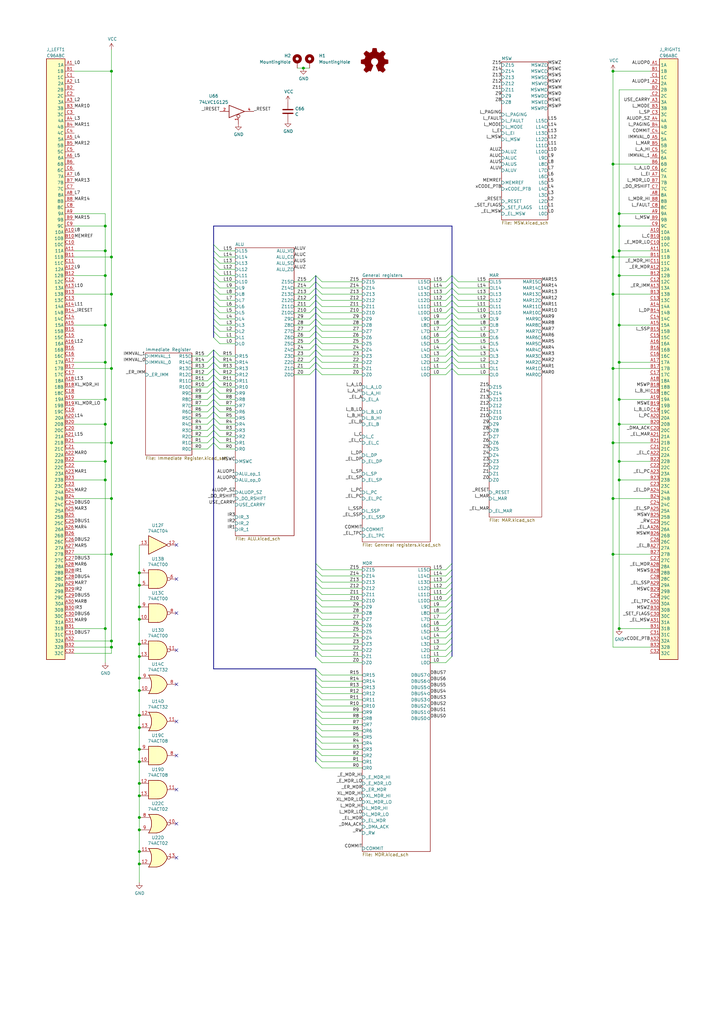
<source format=kicad_sch>
(kicad_sch (version 20200827) (generator eeschema)
  (page 1 7)
  (paper "A3" portrait)
  (title_block (rev "1") (comment 1 "Design for JLCPCB Service"))
  (junction (at 43.18 92.71) (diameter 1.016))
  (junction (at 43.18 102.87) (diameter 1.016))
  (junction (at 43.18 113.03) (diameter 1.016))
  (junction (at 43.18 133.35) (diameter 1.016))
  (junction (at 43.18 148.59) (diameter 1.016))
  (junction (at 43.18 163.83) (diameter 1.016))
  (junction (at 43.18 173.99) (diameter 1.016))
  (junction (at 43.18 189.23) (diameter 1.016))
  (junction (at 43.18 196.85) (diameter 1.016))
  (junction (at 43.18 257.81) (diameter 1.016))
  (junction (at 45.72 29.21) (diameter 1.016))
  (junction (at 45.72 105.41) (diameter 1.016))
  (junction (at 45.72 120.65) (diameter 1.016))
  (junction (at 45.72 151.13) (diameter 1.016))
  (junction (at 45.72 181.61) (diameter 1.016))
  (junction (at 45.72 204.47) (diameter 1.016))
  (junction (at 45.72 227.33) (diameter 1.016))
  (junction (at 45.72 262.89) (diameter 1.016))
  (junction (at 45.72 265.43) (diameter 1.016))
  (junction (at 57.15 234.95) (diameter 1.016))
  (junction (at 57.15 240.03) (diameter 1.016))
  (junction (at 57.15 248.92) (diameter 1.016))
  (junction (at 57.15 254) (diameter 1.016))
  (junction (at 57.15 264.16) (diameter 1.016))
  (junction (at 57.15 269.24) (diameter 1.016))
  (junction (at 57.15 278.13) (diameter 1.016))
  (junction (at 57.15 283.21) (diameter 1.016))
  (junction (at 57.15 293.37) (diameter 1.016))
  (junction (at 57.15 298.45) (diameter 1.016))
  (junction (at 57.15 307.34) (diameter 1.016))
  (junction (at 57.15 312.42) (diameter 1.016))
  (junction (at 57.15 321.31) (diameter 1.016))
  (junction (at 57.15 326.39) (diameter 1.016))
  (junction (at 57.15 335.28) (diameter 1.016))
  (junction (at 57.15 340.36) (diameter 1.016))
  (junction (at 57.15 349.25) (diameter 1.016))
  (junction (at 57.15 354.33) (diameter 1.016))
  (junction (at 124.46 27.94) (diameter 1.016))
  (junction (at 251.46 29.21) (diameter 1.016))
  (junction (at 251.46 67.31) (diameter 1.016))
  (junction (at 251.46 105.41) (diameter 1.016))
  (junction (at 251.46 120.65) (diameter 1.016))
  (junction (at 251.46 151.13) (diameter 1.016))
  (junction (at 251.46 181.61) (diameter 1.016))
  (junction (at 251.46 204.47) (diameter 1.016))
  (junction (at 251.46 227.33) (diameter 1.016))
  (junction (at 254 87.63) (diameter 1.016))
  (junction (at 254 92.71) (diameter 1.016))
  (junction (at 254 102.87) (diameter 1.016))
  (junction (at 254 113.03) (diameter 1.016))
  (junction (at 254 133.35) (diameter 1.016))
  (junction (at 254 148.59) (diameter 1.016))
  (junction (at 254 163.83) (diameter 1.016))
  (junction (at 254 173.99) (diameter 1.016))
  (junction (at 254 189.23) (diameter 1.016))
  (junction (at 254 196.85) (diameter 1.016))
  (junction (at 254 257.81) (diameter 1.016))
  (no_connect (at 72.39 251.46))
  (no_connect (at 72.39 323.85))
  (no_connect (at 72.39 223.52))
  (no_connect (at 72.39 237.49))
  (no_connect (at 72.39 309.88))
  (no_connect (at 72.39 295.91))
  (no_connect (at 72.39 337.82))
  (no_connect (at 72.39 351.79))
  (no_connect (at 72.39 266.7))
  (no_connect (at 72.39 280.67))
  (bus_entry (at 85.09 146.05) (size 2.54 -2.54) (stroke (width 0.1524)))
  (bus_entry (at 85.09 148.59) (size 2.54 -2.54) (stroke (width 0.1524)))
  (bus_entry (at 85.09 151.13) (size 2.54 -2.54) (stroke (width 0.1524)))
  (bus_entry (at 85.09 153.67) (size 2.54 -2.54) (stroke (width 0.1524)))
  (bus_entry (at 85.09 156.21) (size 2.54 -2.54) (stroke (width 0.1524)))
  (bus_entry (at 85.09 158.75) (size 2.54 -2.54) (stroke (width 0.1524)))
  (bus_entry (at 85.09 161.29) (size 2.54 -2.54) (stroke (width 0.1524)))
  (bus_entry (at 85.09 163.83) (size 2.54 -2.54) (stroke (width 0.1524)))
  (bus_entry (at 85.09 166.37) (size 2.54 -2.54) (stroke (width 0.1524)))
  (bus_entry (at 85.09 168.91) (size 2.54 -2.54) (stroke (width 0.1524)))
  (bus_entry (at 85.09 171.45) (size 2.54 -2.54) (stroke (width 0.1524)))
  (bus_entry (at 85.09 173.99) (size 2.54 -2.54) (stroke (width 0.1524)))
  (bus_entry (at 85.09 176.53) (size 2.54 -2.54) (stroke (width 0.1524)))
  (bus_entry (at 85.09 179.07) (size 2.54 -2.54) (stroke (width 0.1524)))
  (bus_entry (at 85.09 181.61) (size 2.54 -2.54) (stroke (width 0.1524)))
  (bus_entry (at 85.09 184.15) (size 2.54 -2.54) (stroke (width 0.1524)))
  (bus_entry (at 87.63 100.33) (size 2.54 2.54) (stroke (width 0.1524)))
  (bus_entry (at 87.63 102.87) (size 2.54 2.54) (stroke (width 0.1524)))
  (bus_entry (at 87.63 105.41) (size 2.54 2.54) (stroke (width 0.1524)))
  (bus_entry (at 87.63 107.95) (size 2.54 2.54) (stroke (width 0.1524)))
  (bus_entry (at 87.63 110.49) (size 2.54 2.54) (stroke (width 0.1524)))
  (bus_entry (at 87.63 113.03) (size 2.54 2.54) (stroke (width 0.1524)))
  (bus_entry (at 87.63 115.57) (size 2.54 2.54) (stroke (width 0.1524)))
  (bus_entry (at 87.63 118.11) (size 2.54 2.54) (stroke (width 0.1524)))
  (bus_entry (at 87.63 120.65) (size 2.54 2.54) (stroke (width 0.1524)))
  (bus_entry (at 87.63 123.19) (size 2.54 2.54) (stroke (width 0.1524)))
  (bus_entry (at 87.63 125.73) (size 2.54 2.54) (stroke (width 0.1524)))
  (bus_entry (at 87.63 128.27) (size 2.54 2.54) (stroke (width 0.1524)))
  (bus_entry (at 87.63 130.81) (size 2.54 2.54) (stroke (width 0.1524)))
  (bus_entry (at 87.63 133.35) (size 2.54 2.54) (stroke (width 0.1524)))
  (bus_entry (at 87.63 135.89) (size 2.54 2.54) (stroke (width 0.1524)))
  (bus_entry (at 87.63 138.43) (size 2.54 2.54) (stroke (width 0.1524)))
  (bus_entry (at 87.63 143.51) (size 2.54 2.54) (stroke (width 0.1524)))
  (bus_entry (at 87.63 146.05) (size 2.54 2.54) (stroke (width 0.1524)))
  (bus_entry (at 87.63 148.59) (size 2.54 2.54) (stroke (width 0.1524)))
  (bus_entry (at 87.63 151.13) (size 2.54 2.54) (stroke (width 0.1524)))
  (bus_entry (at 87.63 153.67) (size 2.54 2.54) (stroke (width 0.1524)))
  (bus_entry (at 87.63 156.21) (size 2.54 2.54) (stroke (width 0.1524)))
  (bus_entry (at 87.63 158.75) (size 2.54 2.54) (stroke (width 0.1524)))
  (bus_entry (at 87.63 161.29) (size 2.54 2.54) (stroke (width 0.1524)))
  (bus_entry (at 87.63 163.83) (size 2.54 2.54) (stroke (width 0.1524)))
  (bus_entry (at 87.63 166.37) (size 2.54 2.54) (stroke (width 0.1524)))
  (bus_entry (at 87.63 168.91) (size 2.54 2.54) (stroke (width 0.1524)))
  (bus_entry (at 87.63 171.45) (size 2.54 2.54) (stroke (width 0.1524)))
  (bus_entry (at 87.63 173.99) (size 2.54 2.54) (stroke (width 0.1524)))
  (bus_entry (at 87.63 176.53) (size 2.54 2.54) (stroke (width 0.1524)))
  (bus_entry (at 87.63 179.07) (size 2.54 2.54) (stroke (width 0.1524)))
  (bus_entry (at 87.63 181.61) (size 2.54 2.54) (stroke (width 0.1524)))
  (bus_entry (at 127 115.57) (size 2.54 -2.54) (stroke (width 0.1524)))
  (bus_entry (at 127 118.11) (size 2.54 -2.54) (stroke (width 0.1524)))
  (bus_entry (at 127 120.65) (size 2.54 -2.54) (stroke (width 0.1524)))
  (bus_entry (at 127 123.19) (size 2.54 -2.54) (stroke (width 0.1524)))
  (bus_entry (at 127 125.73) (size 2.54 -2.54) (stroke (width 0.1524)))
  (bus_entry (at 127 128.27) (size 2.54 -2.54) (stroke (width 0.1524)))
  (bus_entry (at 127 130.81) (size 2.54 -2.54) (stroke (width 0.1524)))
  (bus_entry (at 127 133.35) (size 2.54 -2.54) (stroke (width 0.1524)))
  (bus_entry (at 127 135.89) (size 2.54 -2.54) (stroke (width 0.1524)))
  (bus_entry (at 127 138.43) (size 2.54 -2.54) (stroke (width 0.1524)))
  (bus_entry (at 127 140.97) (size 2.54 -2.54) (stroke (width 0.1524)))
  (bus_entry (at 127 143.51) (size 2.54 -2.54) (stroke (width 0.1524)))
  (bus_entry (at 127 146.05) (size 2.54 -2.54) (stroke (width 0.1524)))
  (bus_entry (at 127 148.59) (size 2.54 -2.54) (stroke (width 0.1524)))
  (bus_entry (at 127 151.13) (size 2.54 -2.54) (stroke (width 0.1524)))
  (bus_entry (at 127 153.67) (size 2.54 -2.54) (stroke (width 0.1524)))
  (bus_entry (at 129.54 113.03) (size 2.54 2.54) (stroke (width 0.1524)))
  (bus_entry (at 129.54 115.57) (size 2.54 2.54) (stroke (width 0.1524)))
  (bus_entry (at 129.54 118.11) (size 2.54 2.54) (stroke (width 0.1524)))
  (bus_entry (at 129.54 120.65) (size 2.54 2.54) (stroke (width 0.1524)))
  (bus_entry (at 129.54 123.19) (size 2.54 2.54) (stroke (width 0.1524)))
  (bus_entry (at 129.54 125.73) (size 2.54 2.54) (stroke (width 0.1524)))
  (bus_entry (at 129.54 128.27) (size 2.54 2.54) (stroke (width 0.1524)))
  (bus_entry (at 129.54 130.81) (size 2.54 2.54) (stroke (width 0.1524)))
  (bus_entry (at 129.54 133.35) (size 2.54 2.54) (stroke (width 0.1524)))
  (bus_entry (at 129.54 135.89) (size 2.54 2.54) (stroke (width 0.1524)))
  (bus_entry (at 129.54 138.43) (size 2.54 2.54) (stroke (width 0.1524)))
  (bus_entry (at 129.54 140.97) (size 2.54 2.54) (stroke (width 0.1524)))
  (bus_entry (at 129.54 143.51) (size 2.54 2.54) (stroke (width 0.1524)))
  (bus_entry (at 129.54 146.05) (size 2.54 2.54) (stroke (width 0.1524)))
  (bus_entry (at 129.54 148.59) (size 2.54 2.54) (stroke (width 0.1524)))
  (bus_entry (at 129.54 151.13) (size 2.54 2.54) (stroke (width 0.1524)))
  (bus_entry (at 129.54 231.14) (size 2.54 2.54) (stroke (width 0.1524)))
  (bus_entry (at 129.54 233.68) (size 2.54 2.54) (stroke (width 0.1524)))
  (bus_entry (at 129.54 236.22) (size 2.54 2.54) (stroke (width 0.1524)))
  (bus_entry (at 129.54 238.76) (size 2.54 2.54) (stroke (width 0.1524)))
  (bus_entry (at 129.54 241.3) (size 2.54 2.54) (stroke (width 0.1524)))
  (bus_entry (at 129.54 243.84) (size 2.54 2.54) (stroke (width 0.1524)))
  (bus_entry (at 129.54 246.38) (size 2.54 2.54) (stroke (width 0.1524)))
  (bus_entry (at 129.54 248.92) (size 2.54 2.54) (stroke (width 0.1524)))
  (bus_entry (at 129.54 251.46) (size 2.54 2.54) (stroke (width 0.1524)))
  (bus_entry (at 129.54 254) (size 2.54 2.54) (stroke (width 0.1524)))
  (bus_entry (at 129.54 256.54) (size 2.54 2.54) (stroke (width 0.1524)))
  (bus_entry (at 129.54 259.08) (size 2.54 2.54) (stroke (width 0.1524)))
  (bus_entry (at 129.54 261.62) (size 2.54 2.54) (stroke (width 0.1524)))
  (bus_entry (at 129.54 264.16) (size 2.54 2.54) (stroke (width 0.1524)))
  (bus_entry (at 129.54 266.7) (size 2.54 2.54) (stroke (width 0.1524)))
  (bus_entry (at 129.54 269.24) (size 2.54 2.54) (stroke (width 0.1524)))
  (bus_entry (at 129.54 274.32) (size 2.54 2.54) (stroke (width 0.1524)))
  (bus_entry (at 129.54 276.86) (size 2.54 2.54) (stroke (width 0.1524)))
  (bus_entry (at 129.54 279.4) (size 2.54 2.54) (stroke (width 0.1524)))
  (bus_entry (at 129.54 281.94) (size 2.54 2.54) (stroke (width 0.1524)))
  (bus_entry (at 129.54 284.48) (size 2.54 2.54) (stroke (width 0.1524)))
  (bus_entry (at 129.54 287.02) (size 2.54 2.54) (stroke (width 0.1524)))
  (bus_entry (at 129.54 289.56) (size 2.54 2.54) (stroke (width 0.1524)))
  (bus_entry (at 129.54 292.1) (size 2.54 2.54) (stroke (width 0.1524)))
  (bus_entry (at 129.54 294.64) (size 2.54 2.54) (stroke (width 0.1524)))
  (bus_entry (at 129.54 297.18) (size 2.54 2.54) (stroke (width 0.1524)))
  (bus_entry (at 129.54 299.72) (size 2.54 2.54) (stroke (width 0.1524)))
  (bus_entry (at 129.54 302.26) (size 2.54 2.54) (stroke (width 0.1524)))
  (bus_entry (at 129.54 304.8) (size 2.54 2.54) (stroke (width 0.1524)))
  (bus_entry (at 129.54 307.34) (size 2.54 2.54) (stroke (width 0.1524)))
  (bus_entry (at 129.54 309.88) (size 2.54 2.54) (stroke (width 0.1524)))
  (bus_entry (at 129.54 312.42) (size 2.54 2.54) (stroke (width 0.1524)))
  (bus_entry (at 182.88 115.57) (size 2.54 -2.54) (stroke (width 0.1524)))
  (bus_entry (at 182.88 118.11) (size 2.54 -2.54) (stroke (width 0.1524)))
  (bus_entry (at 182.88 120.65) (size 2.54 -2.54) (stroke (width 0.1524)))
  (bus_entry (at 182.88 123.19) (size 2.54 -2.54) (stroke (width 0.1524)))
  (bus_entry (at 182.88 125.73) (size 2.54 -2.54) (stroke (width 0.1524)))
  (bus_entry (at 182.88 128.27) (size 2.54 -2.54) (stroke (width 0.1524)))
  (bus_entry (at 182.88 130.81) (size 2.54 -2.54) (stroke (width 0.1524)))
  (bus_entry (at 182.88 133.35) (size 2.54 -2.54) (stroke (width 0.1524)))
  (bus_entry (at 182.88 135.89) (size 2.54 -2.54) (stroke (width 0.1524)))
  (bus_entry (at 182.88 138.43) (size 2.54 -2.54) (stroke (width 0.1524)))
  (bus_entry (at 182.88 140.97) (size 2.54 -2.54) (stroke (width 0.1524)))
  (bus_entry (at 182.88 143.51) (size 2.54 -2.54) (stroke (width 0.1524)))
  (bus_entry (at 182.88 146.05) (size 2.54 -2.54) (stroke (width 0.1524)))
  (bus_entry (at 182.88 148.59) (size 2.54 -2.54) (stroke (width 0.1524)))
  (bus_entry (at 182.88 151.13) (size 2.54 -2.54) (stroke (width 0.1524)))
  (bus_entry (at 182.88 153.67) (size 2.54 -2.54) (stroke (width 0.1524)))
  (bus_entry (at 182.88 233.68) (size 2.54 -2.54) (stroke (width 0.1524)))
  (bus_entry (at 182.88 236.22) (size 2.54 -2.54) (stroke (width 0.1524)))
  (bus_entry (at 182.88 238.76) (size 2.54 -2.54) (stroke (width 0.1524)))
  (bus_entry (at 182.88 241.3) (size 2.54 -2.54) (stroke (width 0.1524)))
  (bus_entry (at 182.88 243.84) (size 2.54 -2.54) (stroke (width 0.1524)))
  (bus_entry (at 182.88 246.38) (size 2.54 -2.54) (stroke (width 0.1524)))
  (bus_entry (at 182.88 248.92) (size 2.54 -2.54) (stroke (width 0.1524)))
  (bus_entry (at 182.88 251.46) (size 2.54 -2.54) (stroke (width 0.1524)))
  (bus_entry (at 182.88 254) (size 2.54 -2.54) (stroke (width 0.1524)))
  (bus_entry (at 182.88 256.54) (size 2.54 -2.54) (stroke (width 0.1524)))
  (bus_entry (at 182.88 259.08) (size 2.54 -2.54) (stroke (width 0.1524)))
  (bus_entry (at 182.88 261.62) (size 2.54 -2.54) (stroke (width 0.1524)))
  (bus_entry (at 182.88 264.16) (size 2.54 -2.54) (stroke (width 0.1524)))
  (bus_entry (at 182.88 266.7) (size 2.54 -2.54) (stroke (width 0.1524)))
  (bus_entry (at 182.88 269.24) (size 2.54 -2.54) (stroke (width 0.1524)))
  (bus_entry (at 182.88 271.78) (size 2.54 -2.54) (stroke (width 0.1524)))
  (bus_entry (at 185.42 113.03) (size 2.54 2.54) (stroke (width 0.1524)))
  (bus_entry (at 185.42 115.57) (size 2.54 2.54) (stroke (width 0.1524)))
  (bus_entry (at 185.42 118.11) (size 2.54 2.54) (stroke (width 0.1524)))
  (bus_entry (at 185.42 120.65) (size 2.54 2.54) (stroke (width 0.1524)))
  (bus_entry (at 185.42 123.19) (size 2.54 2.54) (stroke (width 0.1524)))
  (bus_entry (at 185.42 125.73) (size 2.54 2.54) (stroke (width 0.1524)))
  (bus_entry (at 185.42 128.27) (size 2.54 2.54) (stroke (width 0.1524)))
  (bus_entry (at 185.42 130.81) (size 2.54 2.54) (stroke (width 0.1524)))
  (bus_entry (at 185.42 133.35) (size 2.54 2.54) (stroke (width 0.1524)))
  (bus_entry (at 185.42 135.89) (size 2.54 2.54) (stroke (width 0.1524)))
  (bus_entry (at 185.42 138.43) (size 2.54 2.54) (stroke (width 0.1524)))
  (bus_entry (at 185.42 140.97) (size 2.54 2.54) (stroke (width 0.1524)))
  (bus_entry (at 185.42 143.51) (size 2.54 2.54) (stroke (width 0.1524)))
  (bus_entry (at 185.42 146.05) (size 2.54 2.54) (stroke (width 0.1524)))
  (bus_entry (at 185.42 148.59) (size 2.54 2.54) (stroke (width 0.1524)))
  (bus_entry (at 185.42 151.13) (size 2.54 2.54) (stroke (width 0.1524)))
  (wire (pts (xy 30.48 29.21) (xy 45.72 29.21)))
  (wire (pts (xy 30.48 87.63) (xy 43.18 87.63)))
  (wire (pts (xy 30.48 92.71) (xy 43.18 92.71)))
  (wire (pts (xy 30.48 102.87) (xy 43.18 102.87)))
  (wire (pts (xy 30.48 105.41) (xy 45.72 105.41)))
  (wire (pts (xy 30.48 113.03) (xy 43.18 113.03)))
  (wire (pts (xy 30.48 120.65) (xy 45.72 120.65)))
  (wire (pts (xy 30.48 133.35) (xy 43.18 133.35)))
  (wire (pts (xy 30.48 148.59) (xy 43.18 148.59)))
  (wire (pts (xy 30.48 151.13) (xy 45.72 151.13)))
  (wire (pts (xy 30.48 163.83) (xy 43.18 163.83)))
  (wire (pts (xy 30.48 173.99) (xy 43.18 173.99)))
  (wire (pts (xy 30.48 181.61) (xy 45.72 181.61)))
  (wire (pts (xy 30.48 189.23) (xy 43.18 189.23)))
  (wire (pts (xy 30.48 204.47) (xy 45.72 204.47)))
  (wire (pts (xy 30.48 227.33) (xy 45.72 227.33)))
  (wire (pts (xy 30.48 257.81) (xy 43.18 257.81)))
  (wire (pts (xy 30.48 262.89) (xy 45.72 262.89)))
  (wire (pts (xy 30.48 265.43) (xy 45.72 265.43)))
  (wire (pts (xy 30.48 267.97) (xy 45.72 267.97)))
  (wire (pts (xy 43.18 87.63) (xy 43.18 92.71)))
  (wire (pts (xy 43.18 92.71) (xy 43.18 102.87)))
  (wire (pts (xy 43.18 102.87) (xy 43.18 113.03)))
  (wire (pts (xy 43.18 113.03) (xy 43.18 133.35)))
  (wire (pts (xy 43.18 133.35) (xy 43.18 148.59)))
  (wire (pts (xy 43.18 148.59) (xy 43.18 163.83)))
  (wire (pts (xy 43.18 163.83) (xy 43.18 173.99)))
  (wire (pts (xy 43.18 173.99) (xy 43.18 189.23)))
  (wire (pts (xy 43.18 189.23) (xy 43.18 196.85)))
  (wire (pts (xy 43.18 196.85) (xy 30.48 196.85)))
  (wire (pts (xy 43.18 196.85) (xy 43.18 257.81)))
  (wire (pts (xy 43.18 257.81) (xy 43.18 271.78)))
  (wire (pts (xy 45.72 20.32) (xy 45.72 29.21)))
  (wire (pts (xy 45.72 105.41) (xy 45.72 29.21)))
  (wire (pts (xy 45.72 120.65) (xy 45.72 105.41)))
  (wire (pts (xy 45.72 151.13) (xy 45.72 120.65)))
  (wire (pts (xy 45.72 181.61) (xy 45.72 151.13)))
  (wire (pts (xy 45.72 204.47) (xy 45.72 181.61)))
  (wire (pts (xy 45.72 227.33) (xy 45.72 204.47)))
  (wire (pts (xy 45.72 262.89) (xy 45.72 227.33)))
  (wire (pts (xy 45.72 262.89) (xy 45.72 265.43)))
  (wire (pts (xy 45.72 265.43) (xy 45.72 267.97)))
  (wire (pts (xy 57.15 223.52) (xy 57.15 234.95)))
  (wire (pts (xy 57.15 234.95) (xy 57.15 240.03)))
  (wire (pts (xy 57.15 240.03) (xy 57.15 248.92)))
  (wire (pts (xy 57.15 248.92) (xy 57.15 254)))
  (wire (pts (xy 57.15 254) (xy 57.15 264.16)))
  (wire (pts (xy 57.15 264.16) (xy 57.15 269.24)))
  (wire (pts (xy 57.15 269.24) (xy 57.15 278.13)))
  (wire (pts (xy 57.15 278.13) (xy 57.15 283.21)))
  (wire (pts (xy 57.15 283.21) (xy 57.15 293.37)))
  (wire (pts (xy 57.15 293.37) (xy 57.15 298.45)))
  (wire (pts (xy 57.15 298.45) (xy 57.15 307.34)))
  (wire (pts (xy 57.15 307.34) (xy 57.15 312.42)))
  (wire (pts (xy 57.15 312.42) (xy 57.15 321.31)))
  (wire (pts (xy 57.15 321.31) (xy 57.15 326.39)))
  (wire (pts (xy 57.15 326.39) (xy 57.15 335.28)))
  (wire (pts (xy 57.15 335.28) (xy 57.15 340.36)))
  (wire (pts (xy 57.15 340.36) (xy 57.15 349.25)))
  (wire (pts (xy 57.15 349.25) (xy 57.15 354.33)))
  (wire (pts (xy 57.15 354.33) (xy 57.15 361.95)))
  (wire (pts (xy 78.74 146.05) (xy 85.09 146.05)))
  (wire (pts (xy 78.74 148.59) (xy 85.09 148.59)))
  (wire (pts (xy 78.74 151.13) (xy 85.09 151.13)))
  (wire (pts (xy 78.74 153.67) (xy 85.09 153.67)))
  (wire (pts (xy 78.74 156.21) (xy 85.09 156.21)))
  (wire (pts (xy 78.74 158.75) (xy 85.09 158.75)))
  (wire (pts (xy 78.74 161.29) (xy 85.09 161.29)))
  (wire (pts (xy 78.74 163.83) (xy 85.09 163.83)))
  (wire (pts (xy 78.74 166.37) (xy 85.09 166.37)))
  (wire (pts (xy 78.74 168.91) (xy 85.09 168.91)))
  (wire (pts (xy 78.74 171.45) (xy 85.09 171.45)))
  (wire (pts (xy 78.74 173.99) (xy 85.09 173.99)))
  (wire (pts (xy 78.74 176.53) (xy 85.09 176.53)))
  (wire (pts (xy 78.74 179.07) (xy 85.09 179.07)))
  (wire (pts (xy 78.74 181.61) (xy 85.09 181.61)))
  (wire (pts (xy 78.74 184.15) (xy 85.09 184.15)))
  (wire (pts (xy 90.17 102.87) (xy 96.52 102.87)))
  (wire (pts (xy 90.17 105.41) (xy 96.52 105.41)))
  (wire (pts (xy 90.17 107.95) (xy 96.52 107.95)))
  (wire (pts (xy 90.17 110.49) (xy 96.52 110.49)))
  (wire (pts (xy 90.17 113.03) (xy 96.52 113.03)))
  (wire (pts (xy 90.17 115.57) (xy 96.52 115.57)))
  (wire (pts (xy 90.17 118.11) (xy 96.52 118.11)))
  (wire (pts (xy 90.17 120.65) (xy 96.52 120.65)))
  (wire (pts (xy 90.17 123.19) (xy 96.52 123.19)))
  (wire (pts (xy 90.17 125.73) (xy 96.52 125.73)))
  (wire (pts (xy 90.17 128.27) (xy 96.52 128.27)))
  (wire (pts (xy 90.17 130.81) (xy 96.52 130.81)))
  (wire (pts (xy 90.17 133.35) (xy 96.52 133.35)))
  (wire (pts (xy 90.17 135.89) (xy 96.52 135.89)))
  (wire (pts (xy 90.17 138.43) (xy 96.52 138.43)))
  (wire (pts (xy 90.17 140.97) (xy 96.52 140.97)))
  (wire (pts (xy 90.17 146.05) (xy 96.52 146.05)))
  (wire (pts (xy 90.17 148.59) (xy 96.52 148.59)))
  (wire (pts (xy 90.17 151.13) (xy 96.52 151.13)))
  (wire (pts (xy 90.17 153.67) (xy 96.52 153.67)))
  (wire (pts (xy 90.17 156.21) (xy 96.52 156.21)))
  (wire (pts (xy 90.17 158.75) (xy 96.52 158.75)))
  (wire (pts (xy 90.17 161.29) (xy 96.52 161.29)))
  (wire (pts (xy 90.17 163.83) (xy 96.52 163.83)))
  (wire (pts (xy 90.17 166.37) (xy 96.52 166.37)))
  (wire (pts (xy 90.17 168.91) (xy 96.52 168.91)))
  (wire (pts (xy 90.17 171.45) (xy 96.52 171.45)))
  (wire (pts (xy 90.17 173.99) (xy 96.52 173.99)))
  (wire (pts (xy 90.17 176.53) (xy 96.52 176.53)))
  (wire (pts (xy 90.17 179.07) (xy 96.52 179.07)))
  (wire (pts (xy 90.17 181.61) (xy 96.52 181.61)))
  (wire (pts (xy 90.17 184.15) (xy 96.52 184.15)))
  (wire (pts (xy 120.65 115.57) (xy 127 115.57)))
  (wire (pts (xy 120.65 118.11) (xy 127 118.11)))
  (wire (pts (xy 120.65 120.65) (xy 127 120.65)))
  (wire (pts (xy 120.65 123.19) (xy 127 123.19)))
  (wire (pts (xy 120.65 125.73) (xy 127 125.73)))
  (wire (pts (xy 120.65 128.27) (xy 127 128.27)))
  (wire (pts (xy 120.65 130.81) (xy 127 130.81)))
  (wire (pts (xy 120.65 133.35) (xy 127 133.35)))
  (wire (pts (xy 120.65 135.89) (xy 127 135.89)))
  (wire (pts (xy 120.65 138.43) (xy 127 138.43)))
  (wire (pts (xy 120.65 140.97) (xy 127 140.97)))
  (wire (pts (xy 120.65 143.51) (xy 127 143.51)))
  (wire (pts (xy 120.65 146.05) (xy 127 146.05)))
  (wire (pts (xy 120.65 148.59) (xy 127 148.59)))
  (wire (pts (xy 120.65 151.13) (xy 127 151.13)))
  (wire (pts (xy 120.65 153.67) (xy 127 153.67)))
  (wire (pts (xy 121.92 27.94) (xy 124.46 27.94)))
  (wire (pts (xy 124.46 27.94) (xy 127 27.94)))
  (wire (pts (xy 132.08 115.57) (xy 148.59 115.57)))
  (wire (pts (xy 132.08 118.11) (xy 148.59 118.11)))
  (wire (pts (xy 132.08 120.65) (xy 148.59 120.65)))
  (wire (pts (xy 132.08 123.19) (xy 148.59 123.19)))
  (wire (pts (xy 132.08 125.73) (xy 148.59 125.73)))
  (wire (pts (xy 132.08 128.27) (xy 148.59 128.27)))
  (wire (pts (xy 132.08 130.81) (xy 148.59 130.81)))
  (wire (pts (xy 132.08 133.35) (xy 148.59 133.35)))
  (wire (pts (xy 132.08 135.89) (xy 148.59 135.89)))
  (wire (pts (xy 132.08 138.43) (xy 148.59 138.43)))
  (wire (pts (xy 132.08 140.97) (xy 148.59 140.97)))
  (wire (pts (xy 132.08 143.51) (xy 148.59 143.51)))
  (wire (pts (xy 132.08 146.05) (xy 148.59 146.05)))
  (wire (pts (xy 132.08 148.59) (xy 148.59 148.59)))
  (wire (pts (xy 132.08 151.13) (xy 148.59 151.13)))
  (wire (pts (xy 132.08 153.67) (xy 148.59 153.67)))
  (wire (pts (xy 132.08 233.68) (xy 148.59 233.68)))
  (wire (pts (xy 132.08 236.22) (xy 148.59 236.22)))
  (wire (pts (xy 132.08 238.76) (xy 148.59 238.76)))
  (wire (pts (xy 132.08 241.3) (xy 148.59 241.3)))
  (wire (pts (xy 132.08 243.84) (xy 148.59 243.84)))
  (wire (pts (xy 132.08 246.38) (xy 148.59 246.38)))
  (wire (pts (xy 132.08 248.92) (xy 148.59 248.92)))
  (wire (pts (xy 132.08 251.46) (xy 148.59 251.46)))
  (wire (pts (xy 132.08 254) (xy 148.59 254)))
  (wire (pts (xy 132.08 256.54) (xy 148.59 256.54)))
  (wire (pts (xy 132.08 259.08) (xy 148.59 259.08)))
  (wire (pts (xy 132.08 261.62) (xy 148.59 261.62)))
  (wire (pts (xy 132.08 264.16) (xy 148.59 264.16)))
  (wire (pts (xy 132.08 266.7) (xy 148.59 266.7)))
  (wire (pts (xy 132.08 269.24) (xy 148.59 269.24)))
  (wire (pts (xy 132.08 271.78) (xy 148.59 271.78)))
  (wire (pts (xy 132.08 276.86) (xy 148.59 276.86)))
  (wire (pts (xy 132.08 279.4) (xy 148.59 279.4)))
  (wire (pts (xy 132.08 281.94) (xy 148.59 281.94)))
  (wire (pts (xy 132.08 284.48) (xy 148.59 284.48)))
  (wire (pts (xy 132.08 287.02) (xy 148.59 287.02)))
  (wire (pts (xy 132.08 289.56) (xy 148.59 289.56)))
  (wire (pts (xy 132.08 292.1) (xy 148.59 292.1)))
  (wire (pts (xy 132.08 294.64) (xy 148.59 294.64)))
  (wire (pts (xy 132.08 297.18) (xy 148.59 297.18)))
  (wire (pts (xy 132.08 299.72) (xy 148.59 299.72)))
  (wire (pts (xy 132.08 302.26) (xy 148.59 302.26)))
  (wire (pts (xy 132.08 304.8) (xy 148.59 304.8)))
  (wire (pts (xy 132.08 307.34) (xy 148.59 307.34)))
  (wire (pts (xy 132.08 309.88) (xy 148.59 309.88)))
  (wire (pts (xy 132.08 312.42) (xy 148.59 312.42)))
  (wire (pts (xy 132.08 314.96) (xy 148.59 314.96)))
  (wire (pts (xy 176.53 115.57) (xy 182.88 115.57)))
  (wire (pts (xy 176.53 118.11) (xy 182.88 118.11)))
  (wire (pts (xy 176.53 120.65) (xy 182.88 120.65)))
  (wire (pts (xy 176.53 123.19) (xy 182.88 123.19)))
  (wire (pts (xy 176.53 125.73) (xy 182.88 125.73)))
  (wire (pts (xy 176.53 128.27) (xy 182.88 128.27)))
  (wire (pts (xy 176.53 130.81) (xy 182.88 130.81)))
  (wire (pts (xy 176.53 133.35) (xy 182.88 133.35)))
  (wire (pts (xy 176.53 135.89) (xy 182.88 135.89)))
  (wire (pts (xy 176.53 138.43) (xy 182.88 138.43)))
  (wire (pts (xy 176.53 140.97) (xy 182.88 140.97)))
  (wire (pts (xy 176.53 143.51) (xy 182.88 143.51)))
  (wire (pts (xy 176.53 146.05) (xy 182.88 146.05)))
  (wire (pts (xy 176.53 148.59) (xy 182.88 148.59)))
  (wire (pts (xy 176.53 151.13) (xy 182.88 151.13)))
  (wire (pts (xy 176.53 153.67) (xy 182.88 153.67)))
  (wire (pts (xy 176.53 233.68) (xy 182.88 233.68)))
  (wire (pts (xy 176.53 236.22) (xy 182.88 236.22)))
  (wire (pts (xy 176.53 238.76) (xy 182.88 238.76)))
  (wire (pts (xy 176.53 241.3) (xy 182.88 241.3)))
  (wire (pts (xy 176.53 243.84) (xy 182.88 243.84)))
  (wire (pts (xy 176.53 246.38) (xy 182.88 246.38)))
  (wire (pts (xy 176.53 248.92) (xy 182.88 248.92)))
  (wire (pts (xy 176.53 251.46) (xy 182.88 251.46)))
  (wire (pts (xy 176.53 254) (xy 182.88 254)))
  (wire (pts (xy 176.53 256.54) (xy 182.88 256.54)))
  (wire (pts (xy 176.53 259.08) (xy 182.88 259.08)))
  (wire (pts (xy 176.53 261.62) (xy 182.88 261.62)))
  (wire (pts (xy 176.53 264.16) (xy 182.88 264.16)))
  (wire (pts (xy 176.53 266.7) (xy 182.88 266.7)))
  (wire (pts (xy 176.53 269.24) (xy 182.88 269.24)))
  (wire (pts (xy 176.53 271.78) (xy 182.88 271.78)))
  (wire (pts (xy 187.96 115.57) (xy 200.66 115.57)))
  (wire (pts (xy 187.96 118.11) (xy 200.66 118.11)))
  (wire (pts (xy 187.96 120.65) (xy 200.66 120.65)))
  (wire (pts (xy 187.96 123.19) (xy 200.66 123.19)))
  (wire (pts (xy 187.96 125.73) (xy 200.66 125.73)))
  (wire (pts (xy 187.96 128.27) (xy 200.66 128.27)))
  (wire (pts (xy 187.96 130.81) (xy 200.66 130.81)))
  (wire (pts (xy 187.96 133.35) (xy 200.66 133.35)))
  (wire (pts (xy 187.96 135.89) (xy 200.66 135.89)))
  (wire (pts (xy 187.96 138.43) (xy 200.66 138.43)))
  (wire (pts (xy 187.96 140.97) (xy 200.66 140.97)))
  (wire (pts (xy 187.96 143.51) (xy 200.66 143.51)))
  (wire (pts (xy 187.96 146.05) (xy 200.66 146.05)))
  (wire (pts (xy 187.96 148.59) (xy 200.66 148.59)))
  (wire (pts (xy 187.96 151.13) (xy 200.66 151.13)))
  (wire (pts (xy 187.96 153.67) (xy 200.66 153.67)))
  (wire (pts (xy 251.46 29.21) (xy 251.46 67.31)))
  (wire (pts (xy 251.46 67.31) (xy 251.46 105.41)))
  (wire (pts (xy 251.46 67.31) (xy 266.7 67.31)))
  (wire (pts (xy 251.46 105.41) (xy 251.46 120.65)))
  (wire (pts (xy 251.46 105.41) (xy 266.7 105.41)))
  (wire (pts (xy 251.46 120.65) (xy 251.46 151.13)))
  (wire (pts (xy 251.46 120.65) (xy 266.7 120.65)))
  (wire (pts (xy 251.46 151.13) (xy 251.46 181.61)))
  (wire (pts (xy 251.46 151.13) (xy 266.7 151.13)))
  (wire (pts (xy 251.46 181.61) (xy 251.46 204.47)))
  (wire (pts (xy 251.46 181.61) (xy 266.7 181.61)))
  (wire (pts (xy 251.46 204.47) (xy 251.46 227.33)))
  (wire (pts (xy 251.46 204.47) (xy 266.7 204.47)))
  (wire (pts (xy 251.46 227.33) (xy 251.46 265.43)))
  (wire (pts (xy 251.46 227.33) (xy 266.7 227.33)))
  (wire (pts (xy 251.46 265.43) (xy 266.7 265.43)))
  (wire (pts (xy 254 36.83) (xy 254 87.63)))
  (wire (pts (xy 254 87.63) (xy 266.7 87.63)))
  (wire (pts (xy 254 92.71) (xy 254 87.63)))
  (wire (pts (xy 254 92.71) (xy 254 102.87)))
  (wire (pts (xy 254 102.87) (xy 266.7 102.87)))
  (wire (pts (xy 254 113.03) (xy 254 102.87)))
  (wire (pts (xy 254 133.35) (xy 254 113.03)))
  (wire (pts (xy 254 148.59) (xy 254 133.35)))
  (wire (pts (xy 254 163.83) (xy 254 148.59)))
  (wire (pts (xy 254 173.99) (xy 254 163.83)))
  (wire (pts (xy 254 189.23) (xy 254 173.99)))
  (wire (pts (xy 254 196.85) (xy 254 189.23)))
  (wire (pts (xy 254 257.81) (xy 254 196.85)))
  (wire (pts (xy 266.7 29.21) (xy 251.46 29.21)))
  (wire (pts (xy 266.7 36.83) (xy 254 36.83)))
  (wire (pts (xy 266.7 92.71) (xy 254 92.71)))
  (wire (pts (xy 266.7 113.03) (xy 254 113.03)))
  (wire (pts (xy 266.7 133.35) (xy 254 133.35)))
  (wire (pts (xy 266.7 148.59) (xy 254 148.59)))
  (wire (pts (xy 266.7 163.83) (xy 254 163.83)))
  (wire (pts (xy 266.7 173.99) (xy 254 173.99)))
  (wire (pts (xy 266.7 189.23) (xy 254 189.23)))
  (wire (pts (xy 266.7 196.85) (xy 254 196.85)))
  (wire (pts (xy 266.7 257.81) (xy 254 257.81)))
  (bus (pts (xy 87.63 92.71) (xy 87.63 100.33)))
  (bus (pts (xy 87.63 92.71) (xy 185.42 92.71)))
  (bus (pts (xy 87.63 100.33) (xy 87.63 102.87)))
  (bus (pts (xy 87.63 102.87) (xy 87.63 105.41)))
  (bus (pts (xy 87.63 105.41) (xy 87.63 107.95)))
  (bus (pts (xy 87.63 107.95) (xy 87.63 110.49)))
  (bus (pts (xy 87.63 110.49) (xy 87.63 113.03)))
  (bus (pts (xy 87.63 113.03) (xy 87.63 115.57)))
  (bus (pts (xy 87.63 115.57) (xy 87.63 118.11)))
  (bus (pts (xy 87.63 118.11) (xy 87.63 120.65)))
  (bus (pts (xy 87.63 120.65) (xy 87.63 123.19)))
  (bus (pts (xy 87.63 123.19) (xy 87.63 125.73)))
  (bus (pts (xy 87.63 125.73) (xy 87.63 128.27)))
  (bus (pts (xy 87.63 128.27) (xy 87.63 130.81)))
  (bus (pts (xy 87.63 130.81) (xy 87.63 133.35)))
  (bus (pts (xy 87.63 133.35) (xy 87.63 135.89)))
  (bus (pts (xy 87.63 135.89) (xy 87.63 138.43)))
  (bus (pts (xy 87.63 143.51) (xy 87.63 146.05)))
  (bus (pts (xy 87.63 146.05) (xy 87.63 148.59)))
  (bus (pts (xy 87.63 148.59) (xy 87.63 151.13)))
  (bus (pts (xy 87.63 151.13) (xy 87.63 153.67)))
  (bus (pts (xy 87.63 153.67) (xy 87.63 156.21)))
  (bus (pts (xy 87.63 156.21) (xy 87.63 158.75)))
  (bus (pts (xy 87.63 158.75) (xy 87.63 161.29)))
  (bus (pts (xy 87.63 161.29) (xy 87.63 163.83)))
  (bus (pts (xy 87.63 163.83) (xy 87.63 166.37)))
  (bus (pts (xy 87.63 166.37) (xy 87.63 168.91)))
  (bus (pts (xy 87.63 168.91) (xy 87.63 171.45)))
  (bus (pts (xy 87.63 171.45) (xy 87.63 173.99)))
  (bus (pts (xy 87.63 173.99) (xy 87.63 176.53)))
  (bus (pts (xy 87.63 176.53) (xy 87.63 179.07)))
  (bus (pts (xy 87.63 179.07) (xy 87.63 181.61)))
  (bus (pts (xy 87.63 181.61) (xy 87.63 274.32)))
  (bus (pts (xy 129.54 113.03) (xy 129.54 115.57)))
  (bus (pts (xy 129.54 115.57) (xy 129.54 118.11)))
  (bus (pts (xy 129.54 118.11) (xy 129.54 120.65)))
  (bus (pts (xy 129.54 120.65) (xy 129.54 123.19)))
  (bus (pts (xy 129.54 123.19) (xy 129.54 125.73)))
  (bus (pts (xy 129.54 125.73) (xy 129.54 128.27)))
  (bus (pts (xy 129.54 128.27) (xy 129.54 130.81)))
  (bus (pts (xy 129.54 130.81) (xy 129.54 133.35)))
  (bus (pts (xy 129.54 133.35) (xy 129.54 135.89)))
  (bus (pts (xy 129.54 135.89) (xy 129.54 138.43)))
  (bus (pts (xy 129.54 138.43) (xy 129.54 140.97)))
  (bus (pts (xy 129.54 140.97) (xy 129.54 143.51)))
  (bus (pts (xy 129.54 143.51) (xy 129.54 146.05)))
  (bus (pts (xy 129.54 146.05) (xy 129.54 148.59)))
  (bus (pts (xy 129.54 148.59) (xy 129.54 151.13)))
  (bus (pts (xy 129.54 151.13) (xy 129.54 231.14)))
  (bus (pts (xy 129.54 231.14) (xy 129.54 233.68)))
  (bus (pts (xy 129.54 233.68) (xy 129.54 236.22)))
  (bus (pts (xy 129.54 236.22) (xy 129.54 238.76)))
  (bus (pts (xy 129.54 238.76) (xy 129.54 241.3)))
  (bus (pts (xy 129.54 241.3) (xy 129.54 243.84)))
  (bus (pts (xy 129.54 243.84) (xy 129.54 246.38)))
  (bus (pts (xy 129.54 246.38) (xy 129.54 248.92)))
  (bus (pts (xy 129.54 248.92) (xy 129.54 251.46)))
  (bus (pts (xy 129.54 251.46) (xy 129.54 254)))
  (bus (pts (xy 129.54 254) (xy 129.54 256.54)))
  (bus (pts (xy 129.54 256.54) (xy 129.54 259.08)))
  (bus (pts (xy 129.54 259.08) (xy 129.54 261.62)))
  (bus (pts (xy 129.54 261.62) (xy 129.54 264.16)))
  (bus (pts (xy 129.54 264.16) (xy 129.54 266.7)))
  (bus (pts (xy 129.54 266.7) (xy 129.54 269.24)))
  (bus (pts (xy 129.54 274.32) (xy 87.63 274.32)))
  (bus (pts (xy 129.54 274.32) (xy 129.54 276.86)))
  (bus (pts (xy 129.54 276.86) (xy 129.54 279.4)))
  (bus (pts (xy 129.54 279.4) (xy 129.54 281.94)))
  (bus (pts (xy 129.54 281.94) (xy 129.54 284.48)))
  (bus (pts (xy 129.54 284.48) (xy 129.54 287.02)))
  (bus (pts (xy 129.54 287.02) (xy 129.54 289.56)))
  (bus (pts (xy 129.54 289.56) (xy 129.54 292.1)))
  (bus (pts (xy 129.54 292.1) (xy 129.54 294.64)))
  (bus (pts (xy 129.54 294.64) (xy 129.54 297.18)))
  (bus (pts (xy 129.54 297.18) (xy 129.54 299.72)))
  (bus (pts (xy 129.54 299.72) (xy 129.54 302.26)))
  (bus (pts (xy 129.54 302.26) (xy 129.54 304.8)))
  (bus (pts (xy 129.54 304.8) (xy 129.54 307.34)))
  (bus (pts (xy 129.54 307.34) (xy 129.54 309.88)))
  (bus (pts (xy 129.54 309.88) (xy 129.54 312.42)))
  (bus (pts (xy 185.42 92.71) (xy 185.42 113.03)))
  (bus (pts (xy 185.42 113.03) (xy 185.42 115.57)))
  (bus (pts (xy 185.42 115.57) (xy 185.42 118.11)))
  (bus (pts (xy 185.42 118.11) (xy 185.42 120.65)))
  (bus (pts (xy 185.42 120.65) (xy 185.42 123.19)))
  (bus (pts (xy 185.42 123.19) (xy 185.42 125.73)))
  (bus (pts (xy 185.42 125.73) (xy 185.42 128.27)))
  (bus (pts (xy 185.42 128.27) (xy 185.42 130.81)))
  (bus (pts (xy 185.42 130.81) (xy 185.42 133.35)))
  (bus (pts (xy 185.42 133.35) (xy 185.42 135.89)))
  (bus (pts (xy 185.42 135.89) (xy 185.42 138.43)))
  (bus (pts (xy 185.42 138.43) (xy 185.42 140.97)))
  (bus (pts (xy 185.42 140.97) (xy 185.42 143.51)))
  (bus (pts (xy 185.42 143.51) (xy 185.42 146.05)))
  (bus (pts (xy 185.42 146.05) (xy 185.42 148.59)))
  (bus (pts (xy 185.42 148.59) (xy 185.42 151.13)))
  (bus (pts (xy 185.42 151.13) (xy 185.42 231.14)))
  (bus (pts (xy 185.42 231.14) (xy 185.42 233.68)))
  (bus (pts (xy 185.42 233.68) (xy 185.42 236.22)))
  (bus (pts (xy 185.42 236.22) (xy 185.42 238.76)))
  (bus (pts (xy 185.42 238.76) (xy 185.42 241.3)))
  (bus (pts (xy 185.42 241.3) (xy 185.42 243.84)))
  (bus (pts (xy 185.42 243.84) (xy 185.42 246.38)))
  (bus (pts (xy 185.42 246.38) (xy 185.42 248.92)))
  (bus (pts (xy 185.42 248.92) (xy 185.42 251.46)))
  (bus (pts (xy 185.42 251.46) (xy 185.42 254)))
  (bus (pts (xy 185.42 254) (xy 185.42 256.54)))
  (bus (pts (xy 185.42 256.54) (xy 185.42 259.08)))
  (bus (pts (xy 185.42 259.08) (xy 185.42 261.62)))
  (bus (pts (xy 185.42 261.62) (xy 185.42 264.16)))
  (bus (pts (xy 185.42 264.16) (xy 185.42 266.7)))
  (bus (pts (xy 185.42 266.7) (xy 185.42 269.24)))
  (label "L0" (at 30.48 26.67 0))
  (label "L1" (at 30.48 34.29 0))
  (label "L2" (at 30.48 41.91 0))
  (label "MAR10" (at 30.48 44.45 0))
  (label "L3" (at 30.48 49.53 0))
  (label "MAR11" (at 30.48 52.07 0))
  (label "L4" (at 30.48 57.15 0))
  (label "MAR12" (at 30.48 59.69 0))
  (label "L5" (at 30.48 64.77 0))
  (label "L6" (at 30.48 72.39 0))
  (label "MAR13" (at 30.48 74.93 0))
  (label "L7" (at 30.48 80.01 0))
  (label "MAR14" (at 30.48 82.55 0))
  (label "MAR15" (at 30.48 90.17 0))
  (label "L8" (at 30.48 95.25 0))
  (label "MEMREF" (at 30.48 97.79 0))
  (label "L9" (at 30.48 110.49 0))
  (label "L10" (at 30.48 118.11 0))
  (label "L11" (at 30.48 125.73 0))
  (label "_iRESET" (at 30.48 128.27 0))
  (label "L12" (at 30.48 140.97 0))
  (label "L13" (at 30.48 156.21 0))
  (label "XL_MDR_HI" (at 30.48 158.75 0))
  (label "XL_MDR_LO" (at 30.48 166.37 0))
  (label "L14" (at 30.48 171.45 0))
  (label "L15" (at 30.48 179.07 0))
  (label "MAR0" (at 30.48 186.69 0))
  (label "MAR1" (at 30.48 194.31 0))
  (label "MAR2" (at 30.48 201.93 0))
  (label "DBUS0" (at 30.48 207.01 0))
  (label "MAR3" (at 30.48 209.55 0))
  (label "DBUS1" (at 30.48 214.63 0))
  (label "MAR4" (at 30.48 217.17 0))
  (label "DBUS2" (at 30.48 222.25 0))
  (label "MAR5" (at 30.48 224.79 0))
  (label "DBUS3" (at 30.48 229.87 0))
  (label "MAR6" (at 30.48 232.41 0))
  (label "IR1" (at 30.48 234.95 0))
  (label "DBUS4" (at 30.48 237.49 0))
  (label "MAR7" (at 30.48 240.03 0))
  (label "IR2" (at 30.48 242.57 0))
  (label "DBUS5" (at 30.48 245.11 0))
  (label "MAR8" (at 30.48 247.65 0))
  (label "IR3" (at 30.48 250.19 0))
  (label "DBUS6" (at 30.48 252.73 0))
  (label "MAR9" (at 30.48 255.27 0))
  (label "DBUS7" (at 30.48 260.35 0))
  (label "IMMVAL_1" (at 59.69 146.05 180))
  (label "IMMVAL_0" (at 59.69 148.59 180))
  (label "_ER_IMM" (at 59.69 153.67 180))
  (label "R15" (at 80.01 146.05 0))
  (label "R14" (at 80.01 148.59 0))
  (label "R13" (at 80.01 151.13 0))
  (label "R12" (at 80.01 153.67 0))
  (label "R11" (at 80.01 156.21 0))
  (label "R10" (at 80.01 158.75 0))
  (label "R9" (at 80.01 161.29 0))
  (label "R8" (at 80.01 163.83 0))
  (label "R7" (at 80.01 166.37 0))
  (label "R6" (at 80.01 168.91 0))
  (label "R5" (at 80.01 171.45 0))
  (label "R4" (at 80.01 173.99 0))
  (label "R3" (at 80.01 176.53 0))
  (label "R2" (at 80.01 179.07 0))
  (label "R1" (at 80.01 181.61 0))
  (label "R0" (at 80.01 184.15 0))
  (label "_iRESET" (at 90.17 45.72 180))
  (label "L15" (at 95.25 102.87 180))
  (label "L14" (at 95.25 105.41 180))
  (label "L13" (at 95.25 107.95 180))
  (label "L12" (at 95.25 110.49 180))
  (label "L11" (at 95.25 113.03 180))
  (label "L10" (at 95.25 115.57 180))
  (label "L9" (at 95.25 118.11 180))
  (label "L8" (at 95.25 120.65 180))
  (label "L7" (at 95.25 123.19 180))
  (label "L6" (at 95.25 125.73 180))
  (label "L5" (at 95.25 128.27 180))
  (label "L4" (at 95.25 130.81 180))
  (label "L3" (at 95.25 133.35 180))
  (label "L2" (at 95.25 135.89 180))
  (label "L1" (at 95.25 138.43 180))
  (label "L0" (at 95.25 140.97 180))
  (label "R15" (at 95.25 146.05 180))
  (label "R14" (at 95.25 148.59 180))
  (label "R13" (at 95.25 151.13 180))
  (label "R12" (at 95.25 153.67 180))
  (label "R11" (at 95.25 156.21 180))
  (label "R10" (at 95.25 158.75 180))
  (label "R9" (at 95.25 161.29 180))
  (label "R8" (at 95.25 163.83 180))
  (label "R7" (at 95.25 166.37 180))
  (label "R6" (at 95.25 168.91 180))
  (label "R5" (at 95.25 171.45 180))
  (label "R4" (at 95.25 173.99 180))
  (label "R3" (at 95.25 176.53 180))
  (label "R2" (at 95.25 179.07 180))
  (label "R1" (at 95.25 181.61 180))
  (label "R0" (at 95.25 184.15 180))
  (label "MSWC" (at 96.52 189.23 180))
  (label "ALUOP1" (at 96.52 194.31 180))
  (label "ALUOP0" (at 96.52 196.85 180))
  (label "ALUOP_SZ" (at 96.52 201.93 180))
  (label "_DO_RSHIFT" (at 96.52 204.47 180))
  (label "USE_CARRY" (at 96.52 207.01 180))
  (label "IR3" (at 96.52 212.09 180))
  (label "IR2" (at 96.52 214.63 180))
  (label "IR1" (at 96.52 217.17 180))
  (label "_RESET" (at 104.14 45.72 0))
  (label "ALUV" (at 120.65 102.87 0))
  (label "ALUC" (at 120.65 105.41 0))
  (label "ALUS" (at 120.65 107.95 0))
  (label "ALUZ" (at 120.65 110.49 0))
  (label "Z15" (at 121.92 115.57 0))
  (label "Z14" (at 121.92 118.11 0))
  (label "Z13" (at 121.92 120.65 0))
  (label "Z12" (at 121.92 123.19 0))
  (label "Z11" (at 121.92 125.73 0))
  (label "Z10" (at 121.92 128.27 0))
  (label "Z9" (at 121.92 130.81 0))
  (label "Z8" (at 121.92 133.35 0))
  (label "Z7" (at 121.92 135.89 0))
  (label "Z6" (at 121.92 138.43 0))
  (label "Z5" (at 121.92 140.97 0))
  (label "Z4" (at 121.92 143.51 0))
  (label "Z3" (at 121.92 146.05 0))
  (label "Z2" (at 121.92 148.59 0))
  (label "Z1" (at 121.92 151.13 0))
  (label "Z0" (at 121.92 153.67 0))
  (label "Z15" (at 147.32 115.57 180))
  (label "Z14" (at 147.32 118.11 180))
  (label "Z13" (at 147.32 120.65 180))
  (label "Z12" (at 147.32 123.19 180))
  (label "Z11" (at 147.32 125.73 180))
  (label "Z10" (at 147.32 128.27 180))
  (label "Z9" (at 147.32 130.81 180))
  (label "Z8" (at 147.32 133.35 180))
  (label "Z7" (at 147.32 135.89 180))
  (label "Z6" (at 147.32 138.43 180))
  (label "Z5" (at 147.32 140.97 180))
  (label "Z4" (at 147.32 143.51 180))
  (label "Z3" (at 147.32 146.05 180))
  (label "Z2" (at 147.32 148.59 180))
  (label "Z1" (at 147.32 151.13 180))
  (label "Z0" (at 147.32 153.67 180))
  (label "Z15" (at 147.32 233.68 180))
  (label "Z14" (at 147.32 236.22 180))
  (label "Z13" (at 147.32 238.76 180))
  (label "Z12" (at 147.32 241.3 180))
  (label "Z11" (at 147.32 243.84 180))
  (label "Z10" (at 147.32 246.38 180))
  (label "Z9" (at 147.32 248.92 180))
  (label "Z8" (at 147.32 251.46 180))
  (label "Z7" (at 147.32 254 180))
  (label "Z6" (at 147.32 256.54 180))
  (label "Z5" (at 147.32 259.08 180))
  (label "Z4" (at 147.32 261.62 180))
  (label "Z3" (at 147.32 264.16 180))
  (label "Z2" (at 147.32 266.7 180))
  (label "Z1" (at 147.32 269.24 180))
  (label "Z0" (at 147.32 271.78 180))
  (label "R15" (at 147.32 276.86 180))
  (label "R14" (at 147.32 279.4 180))
  (label "R13" (at 147.32 281.94 180))
  (label "R12" (at 147.32 284.48 180))
  (label "R11" (at 147.32 287.02 180))
  (label "R10" (at 147.32 289.56 180))
  (label "R9" (at 147.32 292.1 180))
  (label "R8" (at 147.32 294.64 180))
  (label "R7" (at 147.32 297.18 180))
  (label "R6" (at 147.32 299.72 180))
  (label "R5" (at 147.32 302.26 180))
  (label "R4" (at 147.32 304.8 180))
  (label "R3" (at 147.32 307.34 180))
  (label "R2" (at 147.32 309.88 180))
  (label "R1" (at 147.32 312.42 180))
  (label "R0" (at 147.32 314.96 180))
  (label "L_A_LO" (at 148.59 158.75 180))
  (label "L_A_HI" (at 148.59 161.29 180))
  (label "_EL_A" (at 148.59 163.83 180))
  (label "L_B_LO" (at 148.59 168.91 180))
  (label "L_B_HI" (at 148.59 171.45 180))
  (label "_EL_B" (at 148.59 173.99 180))
  (label "L_C" (at 148.59 179.07 180))
  (label "_EL_C" (at 148.59 181.61 180))
  (label "L_DP" (at 148.59 186.69 180))
  (label "_EL_DP" (at 148.59 189.23 180))
  (label "L_SP" (at 148.59 194.31 180))
  (label "_EL_SP" (at 148.59 196.85 180))
  (label "L_PC" (at 148.59 201.93 180))
  (label "_EL_PC" (at 148.59 204.47 180))
  (label "L_SSP" (at 148.59 209.55 180))
  (label "_EL_SSP" (at 148.59 212.09 180))
  (label "COMMIT" (at 148.59 217.17 180))
  (label "_EL_TPC" (at 148.59 219.71 180))
  (label "_E_MDR_HI" (at 148.59 318.77 180))
  (label "_E_MDR_LO" (at 148.59 321.31 180))
  (label "_ER_MDR" (at 148.59 323.85 180))
  (label "XL_MDR_HI" (at 148.59 326.39 180))
  (label "XL_MDR_LO" (at 148.59 328.93 180))
  (label "L_MDR_HI" (at 148.59 331.47 180))
  (label "L_MDR_LO" (at 148.59 334.01 180))
  (label "_EL_MDR" (at 148.59 336.55 180))
  (label "_DMA_ACK" (at 148.59 339.09 180))
  (label "_RW" (at 148.59 341.63 180))
  (label "COMMIT" (at 148.59 347.98 180))
  (label "DBUS7" (at 176.53 276.86 0))
  (label "DBUS6" (at 176.53 279.4 0))
  (label "DBUS5" (at 176.53 281.94 0))
  (label "DBUS4" (at 176.53 284.48 0))
  (label "DBUS3" (at 176.53 287.02 0))
  (label "DBUS2" (at 176.53 289.56 0))
  (label "DBUS1" (at 176.53 292.1 0))
  (label "DBUS0" (at 176.53 294.64 0))
  (label "L15" (at 177.8 115.57 0))
  (label "L14" (at 177.8 118.11 0))
  (label "L13" (at 177.8 120.65 0))
  (label "L12" (at 177.8 123.19 0))
  (label "L11" (at 177.8 125.73 0))
  (label "L10" (at 177.8 128.27 0))
  (label "L9" (at 177.8 130.81 0))
  (label "L8" (at 177.8 133.35 0))
  (label "L7" (at 177.8 135.89 0))
  (label "L6" (at 177.8 138.43 0))
  (label "L5" (at 177.8 140.97 0))
  (label "L4" (at 177.8 143.51 0))
  (label "L3" (at 177.8 146.05 0))
  (label "L2" (at 177.8 148.59 0))
  (label "L1" (at 177.8 151.13 0))
  (label "L0" (at 177.8 153.67 0))
  (label "L15" (at 177.8 233.68 0))
  (label "L14" (at 177.8 236.22 0))
  (label "L13" (at 177.8 238.76 0))
  (label "L12" (at 177.8 241.3 0))
  (label "L11" (at 177.8 243.84 0))
  (label "L10" (at 177.8 246.38 0))
  (label "L9" (at 177.8 248.92 0))
  (label "L8" (at 177.8 251.46 0))
  (label "L7" (at 177.8 254 0))
  (label "L6" (at 177.8 256.54 0))
  (label "L5" (at 177.8 259.08 0))
  (label "L4" (at 177.8 261.62 0))
  (label "L3" (at 177.8 264.16 0))
  (label "L2" (at 177.8 266.7 0))
  (label "L1" (at 177.8 269.24 0))
  (label "L0" (at 177.8 271.78 0))
  (label "L15" (at 199.39 115.57 180))
  (label "L14" (at 199.39 118.11 180))
  (label "L13" (at 199.39 120.65 180))
  (label "L12" (at 199.39 123.19 180))
  (label "L11" (at 199.39 125.73 180))
  (label "L10" (at 199.39 128.27 180))
  (label "L9" (at 199.39 130.81 180))
  (label "L8" (at 199.39 133.35 180))
  (label "L7" (at 199.39 135.89 180))
  (label "L6" (at 199.39 138.43 180))
  (label "L5" (at 199.39 140.97 180))
  (label "L4" (at 199.39 143.51 180))
  (label "L3" (at 199.39 146.05 180))
  (label "L2" (at 199.39 148.59 180))
  (label "L1" (at 199.39 151.13 180))
  (label "L0" (at 199.39 153.67 180))
  (label "Z15" (at 200.66 158.75 180))
  (label "Z14" (at 200.66 161.29 180))
  (label "Z13" (at 200.66 163.83 180))
  (label "Z12" (at 200.66 166.37 180))
  (label "Z11" (at 200.66 168.91 180))
  (label "Z10" (at 200.66 171.45 180))
  (label "Z9" (at 200.66 173.99 180))
  (label "Z8" (at 200.66 176.53 180))
  (label "Z7" (at 200.66 179.07 180))
  (label "Z6" (at 200.66 181.61 180))
  (label "Z5" (at 200.66 184.15 180))
  (label "Z4" (at 200.66 186.69 180))
  (label "Z3" (at 200.66 189.23 180))
  (label "Z2" (at 200.66 191.77 180))
  (label "Z1" (at 200.66 194.31 180))
  (label "Z0" (at 200.66 196.85 180))
  (label "_RESET" (at 200.66 201.93 180))
  (label "L_MAR" (at 200.66 204.47 180))
  (label "_EL_MAR" (at 200.66 209.55 180))
  (label "Z15" (at 205.74 26.67 180))
  (label "Z14" (at 205.74 29.21 180))
  (label "Z13" (at 205.74 31.75 180))
  (label "Z12" (at 205.74 34.29 180))
  (label "Z11" (at 205.74 36.83 180))
  (label "Z9" (at 205.74 39.37 180))
  (label "Z8" (at 205.74 41.91 180))
  (label "L_PAGING" (at 205.74 46.99 180))
  (label "L_FAULT" (at 205.74 49.53 180))
  (label "L_MODE" (at 205.74 52.07 180))
  (label "L_EI" (at 205.74 54.61 180))
  (label "L_MSW" (at 205.74 57.15 180))
  (label "ALUZ" (at 205.74 62.23 180))
  (label "ALUC" (at 205.74 64.77 180))
  (label "ALUS" (at 205.74 67.31 180))
  (label "ALUV" (at 205.74 69.85 180))
  (label "MEMREF" (at 205.74 74.93 180))
  (label "xCODE_PTB" (at 205.74 77.47 180))
  (label "_RESET" (at 205.74 82.55 180))
  (label "_SET_FLAGS" (at 205.74 85.09 180))
  (label "_EL_MSW" (at 205.74 87.63 180))
  (label "MAR15" (at 222.25 115.57 0))
  (label "MAR14" (at 222.25 118.11 0))
  (label "MAR13" (at 222.25 120.65 0))
  (label "MAR12" (at 222.25 123.19 0))
  (label "MAR11" (at 222.25 125.73 0))
  (label "MAR10" (at 222.25 128.27 0))
  (label "MAR9" (at 222.25 130.81 0))
  (label "MAR8" (at 222.25 133.35 0))
  (label "MAR7" (at 222.25 135.89 0))
  (label "MAR6" (at 222.25 138.43 0))
  (label "MAR5" (at 222.25 140.97 0))
  (label "MAR4" (at 222.25 143.51 0))
  (label "MAR3" (at 222.25 146.05 0))
  (label "MAR2" (at 222.25 148.59 0))
  (label "MAR1" (at 222.25 151.13 0))
  (label "MAR0" (at 222.25 153.67 0))
  (label "MSWZ" (at 224.79 26.67 0))
  (label "MSWC" (at 224.79 29.21 0))
  (label "MSWS" (at 224.79 31.75 0))
  (label "MSWV" (at 224.79 34.29 0))
  (label "MSWM" (at 224.79 36.83 0))
  (label "MSWD" (at 224.79 39.37 0))
  (label "MSWE" (at 224.79 41.91 0))
  (label "MSWP" (at 224.79 44.45 0))
  (label "L15" (at 224.79 49.53 0))
  (label "L14" (at 224.79 52.07 0))
  (label "L13" (at 224.79 54.61 0))
  (label "L12" (at 224.79 57.15 0))
  (label "L11" (at 224.79 59.69 0))
  (label "L10" (at 224.79 62.23 0))
  (label "L9" (at 224.79 64.77 0))
  (label "L8" (at 224.79 67.31 0))
  (label "L7" (at 224.79 69.85 0))
  (label "L6" (at 224.79 72.39 0))
  (label "L5" (at 224.79 74.93 0))
  (label "L4" (at 224.79 77.47 0))
  (label "L3" (at 224.79 80.01 0))
  (label "L2" (at 224.79 82.55 0))
  (label "L1" (at 224.79 85.09 0))
  (label "L0" (at 224.79 87.63 0))
  (label "ALUOP0" (at 266.7 26.67 180))
  (label "ALUOP1" (at 266.7 34.29 180))
  (label "USE_CARRY" (at 266.7 41.91 180))
  (label "L_MODE" (at 266.7 44.45 180))
  (label "L_SP" (at 266.7 46.99 180))
  (label "ALUOP_SZ" (at 266.7 49.53 180))
  (label "L_PAGING" (at 266.7 52.07 180))
  (label "COMMIT" (at 266.7 54.61 180))
  (label "IMMVAL_0" (at 266.7 57.15 180))
  (label "L_MAR" (at 266.7 59.69 180))
  (label "L_A_HI" (at 266.7 62.23 180))
  (label "IMMVAL_1" (at 266.7 64.77 180))
  (label "L_A_LO" (at 266.7 69.85 180))
  (label "L_EI" (at 266.7 72.39 180))
  (label "L_MDR_LO" (at 266.7 74.93 180))
  (label "_DO_RSHIFT" (at 266.7 77.47 180))
  (label "L_MDR_HI" (at 266.7 82.55 180))
  (label "L_FAULT" (at 266.7 85.09 180))
  (label "L_MSW" (at 266.7 90.17 180))
  (label "L_C" (at 266.7 97.79 180))
  (label "_E_MDR_LO" (at 266.7 100.33 180))
  (label "_E_MDR_HI" (at 266.7 107.95 180))
  (label "_ER_MDR" (at 266.7 110.49 180))
  (label "_ER_IMM" (at 266.7 118.11 180))
  (label "L_DP" (at 266.7 128.27 180))
  (label "L_SSP" (at 266.7 135.89 180))
  (label "MSWP" (at 266.7 158.75 180))
  (label "L_B_HI" (at 266.7 161.29 180))
  (label "MSWE" (at 266.7 166.37 180))
  (label "L_B_LO" (at 266.7 168.91 180))
  (label "L_PC" (at 266.7 171.45 180))
  (label "_DMA_ACK" (at 266.7 176.53 180))
  (label "_EL_MAR" (at 266.7 179.07 180))
  (label "_EL_C" (at 266.7 186.69 180))
  (label "_EL_PC" (at 266.7 194.31 180))
  (label "_EL_DP" (at 266.7 201.93 180))
  (label "_EL_SP" (at 266.7 209.55 180))
  (label "MSWV" (at 266.7 212.09 180))
  (label "_RW" (at 266.7 214.63 180))
  (label "_EL_A" (at 266.7 217.17 180))
  (label "MSWM" (at 266.7 219.71 180))
  (label "_EL_B" (at 266.7 224.79 180))
  (label "_EL_MDR" (at 266.7 232.41 180))
  (label "MSWS" (at 266.7 234.95 180))
  (label "_EL_SSP" (at 266.7 240.03 180))
  (label "MSWC" (at 266.7 242.57 180))
  (label "_EL_TPC" (at 266.7 247.65 180))
  (label "MSWZ" (at 266.7 250.19 180))
  (label "_SET_FLAGS" (at 266.7 252.73 180))
  (label "_EL_MSW" (at 266.7 255.27 180))
  (label "xCODE_PTB" (at 266.7 262.89 180))
  (symbol (lib_id "power:VCC") (at 45.72 20.32 0) (unit 1)
    (property "Reference" "#PWR0115" (effects hide))
    (property "Value" "VCC" (at 46.0883 15.9956 0))
  )
  (symbol (lib_id "power:VCC") (at 118.11 41.91 0) (unit 1)
    (property "Reference" "#PWR0109" (effects hide))
    (property "Value" "VCC" (at 118.4783 37.5856 0))
  )
  (symbol (lib_id "power:VCC") (at 251.46 29.21 0) (unit 1)
    (property "Reference" "#PWR0262" (effects hide))
    (property "Value" "VCC" (at 251.8918 24.8158 0))
  )
  (symbol (lib_id "power:GND") (at 43.18 271.78 0) (unit 1)
    (property "Reference" "#PWR0110" (effects hide))
    (property "Value" "GND" (at 43.2943 276.1044 0))
  )
  (symbol (lib_id "power:GND") (at 57.15 361.95 0) (unit 1)
    (property "Reference" "#PWR0263" (effects hide))
    (property "Value" "GND" (at 57.277 366.3442 0))
  )
  (symbol (lib_id "power:GND") (at 97.79 50.8 0) (unit 1)
    (property "Reference" "#PWR0107" (effects hide))
    (property "Value" "GND" (at 97.9043 55.1244 0))
  )
  (symbol (lib_id "power:GND") (at 118.11 49.53 0) (unit 1)
    (property "Reference" "#PWR0108" (effects hide))
    (property "Value" "GND" (at 118.2243 53.8544 0))
  )
  (symbol (lib_id "power:GND") (at 124.46 27.94 0) (unit 1)
    (property "Reference" "#PWR0116" (effects hide))
    (property "Value" "GND" (at 124.5743 32.2644 0))
  )
  (symbol (lib_id "power:GND") (at 254 257.81 0) (unit 1)
    (property "Reference" "#PWR0261" (effects hide))
    (property "Value" "GND" (at 254.127 262.2042 0))
  )
  (symbol (lib_id "Mechanical:MountingHole_Pad") (at 121.92 25.4 0) (unit 1)
    (property "Reference" "H2" (at 119.38 22.86 0) (effects (justify right)))
    (property "Value" "MountingHole" (at 119.38 25.4 0) (effects (justify right)))
    (property "Footprint" "Schroff:Hole 2.8mm" (effects hide))
  )
  (symbol (lib_id "Mechanical:MountingHole_Pad") (at 127 25.4 0) (unit 1)
    (property "Reference" "H1" (at 130.81 22.86 0) (effects (justify left)))
    (property "Value" "MountingHole" (at 130.81 25.4 0) (effects (justify left)))
    (property "Footprint" "Schroff:Hole 2.8mm" (effects hide))
  )
  (symbol (lib_id "Device:C") (at 118.11 45.72 0) (unit 1)
    (property "Reference" "C66" (at 121.031 44.571 0) (effects (justify left)))
    (property "Value" "C" (at 121.0311 46.8693 0) (effects (justify left)))
    (property "Footprint" "Capacitor_SMD:C_1206_3216Metric" (effects hide))
  )
  (symbol (lib_id "Graphic:Logo_Open_Hardware_Small") (at 153.67 25.4 0) (unit 1)
    (property "Reference" "LOGO1" (effects hide))
    (property "Value" "Logo_Open_Hardware_Small" (effects hide))
    (property "Footprint" "Symbol:OSHW-Logo2_9.8x8mm_SilkScreen" (effects hide))
  )
  (symbol (lib_id "74xGxx:74LVC1G125") (at 97.79 45.72 0) (mirror x) (unit 1)
    (property "Reference" "U66" (at 87.63 39.37 0))
    (property "Value" "74LVC1G125" (at 87.63 41.91 0))
    (property "Footprint" "Package_TO_SOT_SMD:SOT-23-5" (effects hide))
    (property "Datasheet" "http://www.ti.com/lit/sg/scyt129e/scyt129e.pdf" (effects hide))
  )
  (symbol (lib_id "74xx:74LS04") (at 64.77 223.52 0) (unit 6)
    (property "Reference" "U12" (at 64.77 215.4682 0))
    (property "Value" "74ACT04" (at 64.77 217.78 0))
    (property "Footprint" "Package_SO:SOIC-14_3.9x8.7mm_P1.27mm" (effects hide))
    (property "Datasheet" "http://www.ti.com/lit/gpn/sn74LS04" (effects hide))
  )
  (symbol (lib_id "74xx:74LS00") (at 64.77 237.49 0) (unit 2)
    (property "Reference" "U13" (at 64.77 229.235 0))
    (property "Value" "74ACT00" (at 64.77 231.546 0))
    (property "Footprint" "Package_SO:SOIC-14_3.9x8.7mm_P1.27mm" (effects hide))
    (property "Datasheet" "http://www.ti.com/lit/gpn/sn74ls00" (effects hide))
  )
  (symbol (lib_id "74xx:74LS00") (at 64.77 251.46 0) (unit 3)
    (property "Reference" "U13" (at 64.77 243.205 0))
    (property "Value" "74ACT00" (at 64.77 245.5164 0))
    (property "Footprint" "Package_SO:SOIC-14_3.9x8.7mm_P1.27mm" (effects hide))
    (property "Datasheet" "http://www.ti.com/lit/gpn/sn74ls00" (effects hide))
  )
  (symbol (lib_id "74xx:74LS00") (at 64.77 266.7 0) (unit 4)
    (property "Reference" "U13" (at 64.77 258.445 0))
    (property "Value" "74ACT00" (at 64.77 260.7564 0))
    (property "Footprint" "Package_SO:SOIC-14_3.9x8.7mm_P1.27mm" (effects hide))
    (property "Datasheet" "http://www.ti.com/lit/gpn/sn74ls00" (effects hide))
  )
  (symbol (lib_id "74xx:74LS32") (at 64.77 280.67 0) (unit 3)
    (property "Reference" "U14" (at 64.77 272.415 0))
    (property "Value" "74ACT32" (at 64.77 274.726 0))
    (property "Footprint" "Package_SO:SOIC-14_3.9x8.7mm_P1.27mm" (effects hide))
    (property "Datasheet" "http://www.ti.com/lit/gpn/sn74LS32" (effects hide))
  )
  (symbol (lib_id "74xx:74LS32") (at 64.77 295.91 0) (unit 4)
    (property "Reference" "U14" (at 64.77 287.655 0))
    (property "Value" "74ACT32" (at 64.77 289.9664 0))
    (property "Footprint" "Package_SO:SOIC-14_3.9x8.7mm_P1.27mm" (effects hide))
    (property "Datasheet" "http://www.ti.com/lit/gpn/sn74LS32" (effects hide))
  )
  (symbol (lib_id "74xx:74LS08") (at 64.77 309.88 0) (unit 3)
    (property "Reference" "U19" (at 64.77 301.625 0))
    (property "Value" "74ACT08" (at 64.77 303.936 0))
    (property "Footprint" "Package_SO:SOIC-14_3.9x8.7mm_P1.27mm" (effects hide))
    (property "Datasheet" "http://www.ti.com/lit/gpn/sn74LS08" (effects hide))
  )
  (symbol (lib_id "74xx:74LS08") (at 64.77 323.85 0) (unit 4)
    (property "Reference" "U19" (at 64.77 315.595 0))
    (property "Value" "74ACT08" (at 64.77 317.9064 0))
    (property "Footprint" "Package_SO:SOIC-14_3.9x8.7mm_P1.27mm" (effects hide))
    (property "Datasheet" "http://www.ti.com/lit/gpn/sn74LS08" (effects hide))
  )
  (symbol (lib_id "74xx:74LS02") (at 64.77 337.82 0) (unit 3)
    (property "Reference" "U22" (at 64.77 329.565 0))
    (property "Value" "74ACT02" (at 64.77 331.876 0))
    (property "Footprint" "Package_SO:SOIC-14_3.9x8.7mm_P1.27mm" (effects hide))
    (property "Datasheet" "http://www.ti.com/lit/gpn/sn74ls02" (effects hide))
  )
  (symbol (lib_id "74xx:74LS02") (at 64.77 351.79 0) (unit 4)
    (property "Reference" "U22" (at 64.77 343.535 0))
    (property "Value" "74ACT02" (at 64.77 345.8464 0))
    (property "Footprint" "Package_SO:SOIC-14_3.9x8.7mm_P1.27mm" (effects hide))
    (property "Datasheet" "http://www.ti.com/lit/gpn/sn74ls02" (effects hide))
  )
  (symbol (lib_id "Connector:C96ABC") (at 22.86 148.59 0) (mirror y) (unit 1)
    (property "Reference" "J_LEFT1" (at 26.67 20.32 0) (effects (justify left)))
    (property "Value" "C96ABC" (at 26.67 22.86 0) (effects (justify left)))
    (property "Footprint" "Din41612:DIN41612_C_3x32_Male_Horizontal_THT" (effects hide))
    (property "Datasheet" " ~" (effects hide))
  )
  (symbol (lib_id "Connector:C96ABC") (at 274.32 148.59 0) (unit 1)
    (property "Reference" "J_RIGHT1" (at 270.51 20.32 0) (effects (justify left)))
    (property "Value" "C96ABC" (at 270.51 22.86 0) (effects (justify left)))
    (property "Footprint" "Din41612:DIN41612_C_3x32_Male_Horizontal_THT" (effects hide))
    (property "Datasheet" " ~" (effects hide))
  )
  (sheet (at 96.52 101.6) (size 24.13 118.11)
    (property "Sheet name" "ALU" (at 96.52 100.9645 0) (effects (justify left bottom)))
    (property "Sheet file" "ALU.kicad_sch" (at 96.52 220.2185 0) (effects (justify left top)))
    (pin "L15" input (at 96.52 102.87 180))
    (pin "L14" input (at 96.52 105.41 180))
    (pin "L13" input (at 96.52 107.95 180))
    (pin "L12" input (at 96.52 110.49 180))
    (pin "R15" input (at 96.52 146.05 180))
    (pin "R14" input (at 96.52 148.59 180))
    (pin "R13" input (at 96.52 151.13 180))
    (pin "R12" input (at 96.52 153.67 180))
    (pin "L11" input (at 96.52 113.03 180))
    (pin "R8" input (at 96.52 163.83 180))
    (pin "R9" input (at 96.52 161.29 180))
    (pin "R10" input (at 96.52 158.75 180))
    (pin "R11" input (at 96.52 156.21 180))
    (pin "L8" input (at 96.52 120.65 180))
    (pin "L9" input (at 96.52 118.11 180))
    (pin "L10" input (at 96.52 115.57 180))
    (pin "L7" input (at 96.52 123.19 180))
    (pin "L6" input (at 96.52 125.73 180))
    (pin "L5" input (at 96.52 128.27 180))
    (pin "L4" input (at 96.52 130.81 180))
    (pin "R7" input (at 96.52 166.37 180))
    (pin "R6" input (at 96.52 168.91 180))
    (pin "R5" input (at 96.52 171.45 180))
    (pin "R4" input (at 96.52 173.99 180))
    (pin "ALU_op_0" input (at 96.52 196.85 180))
    (pin "ALU_op_1" input (at 96.52 194.31 180))
    (pin "IR_2" input (at 96.52 214.63 180))
    (pin "IR_3" input (at 96.52 212.09 180))
    (pin "ALU_V" output (at 120.65 102.87 0))
    (pin "ALU_C" output (at 120.65 105.41 0))
    (pin "ALU_S" output (at 120.65 107.95 0))
    (pin "ALU_Z" output (at 120.65 110.49 0))
    (pin "ALUOP_SZ" input (at 96.52 201.93 180))
    (pin "_DO_RSHIFT" input (at 96.52 204.47 180))
    (pin "USE_CARRY" input (at 96.52 207.01 180))
    (pin "MSWC" input (at 96.52 189.23 180))
    (pin "L3" input (at 96.52 133.35 180))
    (pin "L2" input (at 96.52 135.89 180))
    (pin "L1" input (at 96.52 138.43 180))
    (pin "L0" input (at 96.52 140.97 180))
    (pin "R3" input (at 96.52 176.53 180))
    (pin "R2" input (at 96.52 179.07 180))
    (pin "R1" input (at 96.52 181.61 180))
    (pin "R0" input (at 96.52 184.15 180))
    (pin "Z15" output (at 120.65 115.57 0))
    (pin "Z14" output (at 120.65 118.11 0))
    (pin "Z13" output (at 120.65 120.65 0))
    (pin "Z12" output (at 120.65 123.19 0))
    (pin "Z11" output (at 120.65 125.73 0))
    (pin "Z10" output (at 120.65 128.27 0))
    (pin "Z9" output (at 120.65 130.81 0))
    (pin "Z8" output (at 120.65 133.35 0))
    (pin "Z7" output (at 120.65 135.89 0))
    (pin "Z6" output (at 120.65 138.43 0))
    (pin "Z5" output (at 120.65 140.97 0))
    (pin "Z4" output (at 120.65 143.51 0))
    (pin "Z3" output (at 120.65 146.05 0))
    (pin "Z2" output (at 120.65 148.59 0))
    (pin "Z1" output (at 120.65 151.13 0))
    (pin "Z0" output (at 120.65 153.67 0))
    (pin "IR_1" input (at 96.52 217.17 180))
  )
  (sheet (at 148.59 114.3) (size 27.94 107.95)
    (property "Sheet name" "General registers" (at 148.59 113.6645 0) (effects (justify left bottom)))
    (property "Sheet file" "Genreral registers.kicad_sch" (at 148.59 222.7585 0) (effects (justify left top)))
    (pin "Z8" input (at 148.59 133.35 180))
    (pin "Z9" input (at 148.59 130.81 180))
    (pin "Z10" input (at 148.59 128.27 180))
    (pin "Z11" input (at 148.59 125.73 180))
    (pin "Z12" input (at 148.59 123.19 180))
    (pin "Z13" input (at 148.59 120.65 180))
    (pin "Z14" input (at 148.59 118.11 180))
    (pin "Z15" input (at 148.59 115.57 180))
    (pin "L_DP" input (at 148.59 186.69 180))
    (pin "_EL_DP" input (at 148.59 189.23 180))
    (pin "L8" output (at 176.53 133.35 0))
    (pin "L9" output (at 176.53 130.81 0))
    (pin "L10" output (at 176.53 128.27 0))
    (pin "L11" output (at 176.53 125.73 0))
    (pin "L12" output (at 176.53 123.19 0))
    (pin "L13" output (at 176.53 120.65 0))
    (pin "L14" output (at 176.53 118.11 0))
    (pin "L15" output (at 176.53 115.57 0))
    (pin "Z0" input (at 148.59 153.67 180))
    (pin "Z1" input (at 148.59 151.13 180))
    (pin "Z2" input (at 148.59 148.59 180))
    (pin "Z3" input (at 148.59 146.05 180))
    (pin "Z4" input (at 148.59 143.51 180))
    (pin "Z5" input (at 148.59 140.97 180))
    (pin "Z6" input (at 148.59 138.43 180))
    (pin "Z7" input (at 148.59 135.89 180))
    (pin "L0" output (at 176.53 153.67 0))
    (pin "L1" output (at 176.53 151.13 0))
    (pin "L2" output (at 176.53 148.59 0))
    (pin "L3" output (at 176.53 146.05 0))
    (pin "L4" output (at 176.53 143.51 0))
    (pin "L5" output (at 176.53 140.97 0))
    (pin "L6" output (at 176.53 138.43 0))
    (pin "L7" output (at 176.53 135.89 0))
    (pin "L_C" input (at 148.59 179.07 180))
    (pin "_EL_C" input (at 148.59 181.61 180))
    (pin "L_B_LO" input (at 148.59 168.91 180))
    (pin "_EL_B" input (at 148.59 173.99 180))
    (pin "L_B_HI" input (at 148.59 171.45 180))
    (pin "L_A_LO" input (at 148.59 158.75 180))
    (pin "_EL_A" input (at 148.59 163.83 180))
    (pin "L_A_HI" input (at 148.59 161.29 180))
    (pin "L_SP" input (at 148.59 194.31 180))
    (pin "_EL_SP" input (at 148.59 196.85 180))
    (pin "L_SSP" input (at 148.59 209.55 180))
    (pin "_EL_SSP" input (at 148.59 212.09 180))
    (pin "L_PC" input (at 148.59 201.93 180))
    (pin "_EL_PC" input (at 148.59 204.47 180))
    (pin "COMMIT" input (at 148.59 217.17 180))
    (pin "_EL_TPC" input (at 148.59 219.71 180))
  )
  (sheet (at 59.69 144.78) (size 19.05 41.91)
    (property "Sheet name" "Immediate Register" (at 59.69 144.1445 0) (effects (justify left bottom)))
    (property "Sheet file" "Immediate Register.kicad_sch" (at 59.69 187.1985 0) (effects (justify left top)))
    (pin "IMMVAL_1" input (at 59.69 146.05 180))
    (pin "IMMVAL_0" input (at 59.69 148.59 180))
    (pin "R15" output (at 78.74 146.05 0))
    (pin "R14" output (at 78.74 148.59 0))
    (pin "R13" output (at 78.74 151.13 0))
    (pin "R12" output (at 78.74 153.67 0))
    (pin "R11" output (at 78.74 156.21 0))
    (pin "R10" output (at 78.74 158.75 0))
    (pin "R9" output (at 78.74 161.29 0))
    (pin "R8" output (at 78.74 163.83 0))
    (pin "_ER_IMM" input (at 59.69 153.67 180))
    (pin "R7" output (at 78.74 166.37 0))
    (pin "R6" output (at 78.74 168.91 0))
    (pin "R5" output (at 78.74 171.45 0))
    (pin "R4" output (at 78.74 173.99 0))
    (pin "R3" output (at 78.74 176.53 0))
    (pin "R2" output (at 78.74 179.07 0))
    (pin "R1" output (at 78.74 181.61 0))
    (pin "R0" output (at 78.74 184.15 0))
  )
  (sheet (at 200.66 114.3) (size 21.59 97.79)
    (property "Sheet name" "MAR" (at 200.66 113.6645 0) (effects (justify left bottom)))
    (property "Sheet file" "MAR.kicad_sch" (at 200.66 212.5985 0) (effects (justify left top)))
    (pin "_RESET" input (at 200.66 201.93 180))
    (pin "L_MAR" input (at 200.66 204.47 180))
    (pin "Z15" input (at 200.66 158.75 180))
    (pin "Z14" input (at 200.66 161.29 180))
    (pin "Z13" input (at 200.66 163.83 180))
    (pin "Z12" input (at 200.66 166.37 180))
    (pin "Z11" input (at 200.66 168.91 180))
    (pin "Z10" input (at 200.66 171.45 180))
    (pin "Z9" input (at 200.66 173.99 180))
    (pin "Z7" input (at 200.66 179.07 180))
    (pin "Z8" input (at 200.66 176.53 180))
    (pin "Z6" input (at 200.66 181.61 180))
    (pin "Z5" input (at 200.66 184.15 180))
    (pin "Z4" input (at 200.66 186.69 180))
    (pin "Z3" input (at 200.66 189.23 180))
    (pin "Z2" input (at 200.66 191.77 180))
    (pin "Z1" input (at 200.66 194.31 180))
    (pin "Z0" input (at 200.66 196.85 180))
    (pin "L15" output (at 200.66 115.57 180))
    (pin "L14" output (at 200.66 118.11 180))
    (pin "L13" output (at 200.66 120.65 180))
    (pin "L12" output (at 200.66 123.19 180))
    (pin "L11" output (at 200.66 125.73 180))
    (pin "L10" output (at 200.66 128.27 180))
    (pin "L9" output (at 200.66 130.81 180))
    (pin "L8" output (at 200.66 133.35 180))
    (pin "L7" output (at 200.66 135.89 180))
    (pin "L6" output (at 200.66 138.43 180))
    (pin "L5" output (at 200.66 140.97 180))
    (pin "L4" output (at 200.66 143.51 180))
    (pin "L3" output (at 200.66 146.05 180))
    (pin "L2" output (at 200.66 148.59 180))
    (pin "L1" output (at 200.66 151.13 180))
    (pin "L0" output (at 200.66 153.67 180))
    (pin "_EL_MAR" input (at 200.66 209.55 180))
    (pin "MAR15" output (at 222.25 115.57 0))
    (pin "MAR14" output (at 222.25 118.11 0))
    (pin "MAR13" output (at 222.25 120.65 0))
    (pin "MAR12" output (at 222.25 123.19 0))
    (pin "MAR11" output (at 222.25 125.73 0))
    (pin "MAR10" output (at 222.25 128.27 0))
    (pin "MAR9" output (at 222.25 130.81 0))
    (pin "MAR8" output (at 222.25 133.35 0))
    (pin "MAR7" output (at 222.25 135.89 0))
    (pin "MAR6" output (at 222.25 138.43 0))
    (pin "MAR5" output (at 222.25 140.97 0))
    (pin "MAR4" output (at 222.25 143.51 0))
    (pin "MAR3" output (at 222.25 146.05 0))
    (pin "MAR2" output (at 222.25 148.59 0))
    (pin "MAR1" output (at 222.25 151.13 0))
    (pin "MAR0" output (at 222.25 153.67 0))
  )
  (sheet (at 148.59 232.41) (size 27.94 116.84)
    (property "Sheet name" "MDR" (at 148.59 231.7745 0) (effects (justify left bottom)))
    (property "Sheet file" "MDR.kicad_sch" (at 148.59 349.7585 0) (effects (justify left top)))
    (pin "Z15" input (at 148.59 233.68 180))
    (pin "Z14" input (at 148.59 236.22 180))
    (pin "Z13" input (at 148.59 238.76 180))
    (pin "Z12" input (at 148.59 241.3 180))
    (pin "XL_MDR_LO" input (at 148.59 328.93 180))
    (pin "Z11" input (at 148.59 243.84 180))
    (pin "Z10" input (at 148.59 246.38 180))
    (pin "Z9" input (at 148.59 248.92 180))
    (pin "Z8" input (at 148.59 251.46 180))
    (pin "COMMIT" input (at 148.59 347.98 180))
    (pin "L_MDR_LO" input (at 148.59 334.01 180))
    (pin "Z7" input (at 148.59 254 180))
    (pin "Z6" input (at 148.59 256.54 180))
    (pin "XL_MDR_HI" input (at 148.59 326.39 180))
    (pin "L_MDR_HI" input (at 148.59 331.47 180))
    (pin "L15" output (at 176.53 233.68 0))
    (pin "L14" output (at 176.53 236.22 0))
    (pin "L13" output (at 176.53 238.76 0))
    (pin "L12" output (at 176.53 241.3 0))
    (pin "L11" output (at 176.53 243.84 0))
    (pin "L10" output (at 176.53 246.38 0))
    (pin "L9" output (at 176.53 248.92 0))
    (pin "L8" output (at 176.53 251.46 0))
    (pin "L7" output (at 176.53 254 0))
    (pin "L4" output (at 176.53 261.62 0))
    (pin "L6" output (at 176.53 256.54 0))
    (pin "L5" output (at 176.53 259.08 0))
    (pin "L3" output (at 176.53 264.16 0))
    (pin "L2" output (at 176.53 266.7 0))
    (pin "L1" output (at 176.53 269.24 0))
    (pin "L0" output (at 176.53 271.78 0))
    (pin "_EL_MDR" input (at 148.59 336.55 180))
    (pin "R15" output (at 148.59 276.86 180))
    (pin "R14" output (at 148.59 279.4 180))
    (pin "R13" output (at 148.59 281.94 180))
    (pin "R12" output (at 148.59 284.48 180))
    (pin "R11" output (at 148.59 287.02 180))
    (pin "R10" output (at 148.59 289.56 180))
    (pin "R9" output (at 148.59 292.1 180))
    (pin "R8" output (at 148.59 294.64 180))
    (pin "R7" output (at 148.59 297.18 180))
    (pin "R6" output (at 148.59 299.72 180))
    (pin "R5" output (at 148.59 302.26 180))
    (pin "R4" output (at 148.59 304.8 180))
    (pin "R3" output (at 148.59 307.34 180))
    (pin "R2" output (at 148.59 309.88 180))
    (pin "R1" output (at 148.59 312.42 180))
    (pin "R0" output (at 148.59 314.96 180))
    (pin "_ER_MDR" input (at 148.59 323.85 180))
    (pin "_DMA_ACK" input (at 148.59 339.09 180))
    (pin "_RW" input (at 148.59 341.63 180))
    (pin "DBUS7" bidirectional (at 176.53 276.86 0))
    (pin "DBUS6" bidirectional (at 176.53 279.4 0))
    (pin "DBUS5" bidirectional (at 176.53 281.94 0))
    (pin "DBUS4" bidirectional (at 176.53 284.48 0))
    (pin "DBUS3" bidirectional (at 176.53 287.02 0))
    (pin "DBUS2" bidirectional (at 176.53 289.56 0))
    (pin "DBUS1" bidirectional (at 176.53 292.1 0))
    (pin "DBUS0" bidirectional (at 176.53 294.64 0))
    (pin "Z5" input (at 148.59 259.08 180))
    (pin "Z4" input (at 148.59 261.62 180))
    (pin "Z3" input (at 148.59 264.16 180))
    (pin "Z2" input (at 148.59 266.7 180))
    (pin "Z1" input (at 148.59 269.24 180))
    (pin "Z0" input (at 148.59 271.78 180))
    (pin "_E_MDR_LO" input (at 148.59 321.31 180))
    (pin "_E_MDR_HI" input (at 148.59 318.77 180))
  )
  (sheet (at 205.74 25.4) (size 19.05 64.77)
    (property "Sheet name" "MSW" (at 205.74 24.7645 0) (effects (justify left bottom)))
    (property "Sheet file" "MSW.kicad_sch" (at 205.74 90.6785 0) (effects (justify left top)))
    (pin "Z15" input (at 205.74 26.67 180))
    (pin "Z14" input (at 205.74 29.21 180))
    (pin "Z13" input (at 205.74 31.75 180))
    (pin "Z12" input (at 205.74 34.29 180))
    (pin "_SET_FLAGS" input (at 205.74 85.09 180))
    (pin "ALUZ" input (at 205.74 62.23 180))
    (pin "ALUC" input (at 205.74 64.77 180))
    (pin "ALUS" input (at 205.74 67.31 180))
    (pin "ALUV" input (at 205.74 69.85 180))
    (pin "_RESET" input (at 205.74 82.55 180))
    (pin "L_MSW" input (at 205.74 57.15 180))
    (pin "xCODE_PTB" input (at 205.74 77.47 180))
    (pin "L_EI" input (at 205.74 54.61 180))
    (pin "Z9" input (at 205.74 39.37 180))
    (pin "Z11" input (at 205.74 36.83 180))
    (pin "L_MODE" input (at 205.74 52.07 180))
    (pin "L_FAULT" input (at 205.74 49.53 180))
    (pin "MEMREF" input (at 205.74 74.93 180))
    (pin "Z8" input (at 205.74 41.91 180))
    (pin "L_PAGING" input (at 205.74 46.99 180))
    (pin "MSWZ" output (at 224.79 26.67 0))
    (pin "MSWC" output (at 224.79 29.21 0))
    (pin "MSWS" output (at 224.79 31.75 0))
    (pin "MSWV" output (at 224.79 34.29 0))
    (pin "MSWM" output (at 224.79 36.83 0))
    (pin "MSWD" output (at 224.79 39.37 0))
    (pin "MSWE" output (at 224.79 41.91 0))
    (pin "MSWP" output (at 224.79 44.45 0))
    (pin "_EL_MSW" input (at 205.74 87.63 180))
    (pin "L15" output (at 224.79 49.53 0))
    (pin "L14" output (at 224.79 52.07 0))
    (pin "L13" output (at 224.79 54.61 0))
    (pin "L12" output (at 224.79 57.15 0))
    (pin "L11" output (at 224.79 59.69 0))
    (pin "L10" output (at 224.79 62.23 0))
    (pin "L9" output (at 224.79 64.77 0))
    (pin "L8" output (at 224.79 67.31 0))
    (pin "L7" output (at 224.79 69.85 0))
    (pin "L6" output (at 224.79 72.39 0))
    (pin "L5" output (at 224.79 74.93 0))
    (pin "L4" output (at 224.79 77.47 0))
    (pin "L3" output (at 224.79 80.01 0))
    (pin "L2" output (at 224.79 82.55 0))
    (pin "L1" output (at 224.79 85.09 0))
    (pin "L0" output (at 224.79 87.63 0))
  )
)
</source>
